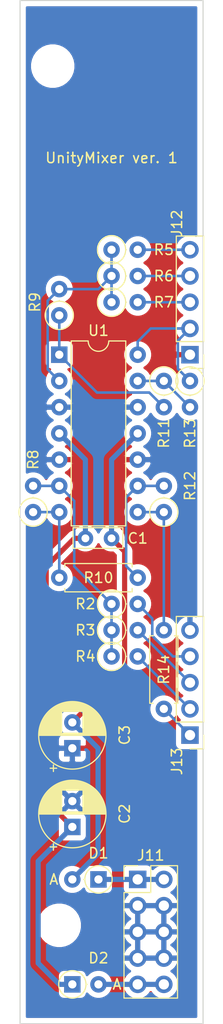
<source format=kicad_pcb>
(kicad_pcb (version 20171130) (host pcbnew "(5.1.8-0-10_14)")

  (general
    (thickness 1.6)
    (drawings 5)
    (tracks 64)
    (zones 0)
    (modules 24)
    (nets 21)
  )

  (page A4)
  (layers
    (0 F.Cu signal)
    (31 B.Cu signal)
    (32 B.Adhes user)
    (33 F.Adhes user)
    (34 B.Paste user)
    (35 F.Paste user)
    (36 B.SilkS user)
    (37 F.SilkS user)
    (38 B.Mask user)
    (39 F.Mask user)
    (40 Dwgs.User user)
    (41 Cmts.User user)
    (42 Eco1.User user)
    (43 Eco2.User user)
    (44 Edge.Cuts user)
    (45 Margin user)
    (46 B.CrtYd user)
    (47 F.CrtYd user)
    (48 B.Fab user hide)
    (49 F.Fab user hide)
  )

  (setup
    (last_trace_width 0.25)
    (user_trace_width 0.5)
    (trace_clearance 0.2)
    (zone_clearance 0.508)
    (zone_45_only no)
    (trace_min 0.2)
    (via_size 0.8)
    (via_drill 0.4)
    (via_min_size 0.4)
    (via_min_drill 0.3)
    (uvia_size 0.3)
    (uvia_drill 0.1)
    (uvias_allowed no)
    (uvia_min_size 0.2)
    (uvia_min_drill 0.1)
    (edge_width 0.1)
    (segment_width 0.2)
    (pcb_text_width 0.3)
    (pcb_text_size 1.5 1.5)
    (mod_edge_width 0.15)
    (mod_text_size 1 1)
    (mod_text_width 0.15)
    (pad_size 1.524 1.524)
    (pad_drill 0.762)
    (pad_to_mask_clearance 0)
    (aux_axis_origin 0 0)
    (visible_elements FFFFFF7F)
    (pcbplotparams
      (layerselection 0x010fc_ffffffff)
      (usegerberextensions false)
      (usegerberattributes true)
      (usegerberadvancedattributes true)
      (creategerberjobfile true)
      (excludeedgelayer true)
      (linewidth 0.100000)
      (plotframeref false)
      (viasonmask false)
      (mode 1)
      (useauxorigin false)
      (hpglpennumber 1)
      (hpglpenspeed 20)
      (hpglpendiameter 15.000000)
      (psnegative false)
      (psa4output false)
      (plotreference true)
      (plotvalue true)
      (plotinvisibletext false)
      (padsonsilk false)
      (subtractmaskfromsilk false)
      (outputformat 1)
      (mirror false)
      (drillshape 1)
      (scaleselection 1)
      (outputdirectory ""))
  )

  (net 0 "")
  (net 1 +12V)
  (net 2 -12V)
  (net 3 GND)
  (net 4 "Net-(D1-Pad1)")
  (net 5 "Net-(D2-Pad2)")
  (net 6 /Core/ch1_out)
  (net 7 /Core/ch1_3)
  (net 8 /Core/ch1_2)
  (net 9 /Core/ch1_1)
  (net 10 /Core/ch2_1)
  (net 11 /Core/ch2_2)
  (net 12 /Core/ch2_3)
  (net 13 /Core/ch2_out)
  (net 14 "Net-(R2-Pad1)")
  (net 15 "Net-(R5-Pad1)")
  (net 16 "Net-(R10-Pad2)")
  (net 17 "Net-(R11-Pad2)")
  (net 18 "Net-(R10-Pad1)")
  (net 19 "Net-(R11-Pad1)")
  (net 20 "Net-(R12-Pad1)")

  (net_class Default "これはデフォルトのネット クラスです。"
    (clearance 0.2)
    (trace_width 0.25)
    (via_dia 0.8)
    (via_drill 0.4)
    (uvia_dia 0.3)
    (uvia_drill 0.1)
    (add_net +12V)
    (add_net -12V)
    (add_net /Core/ch1_1)
    (add_net /Core/ch1_2)
    (add_net /Core/ch1_3)
    (add_net /Core/ch1_out)
    (add_net /Core/ch2_1)
    (add_net /Core/ch2_2)
    (add_net /Core/ch2_3)
    (add_net /Core/ch2_out)
    (add_net GND)
    (add_net "Net-(D1-Pad1)")
    (add_net "Net-(D2-Pad2)")
    (add_net "Net-(R10-Pad1)")
    (add_net "Net-(R10-Pad2)")
    (add_net "Net-(R11-Pad1)")
    (add_net "Net-(R11-Pad2)")
    (add_net "Net-(R12-Pad1)")
    (add_net "Net-(R2-Pad1)")
    (add_net "Net-(R5-Pad1)")
  )

  (module MountingHole:MountingHole_3.2mm_M3 (layer F.Cu) (tedit 56D1B4CB) (tstamp 62FA4142)
    (at 105.41 140.335)
    (descr "Mounting Hole 3.2mm, no annular, M3")
    (tags "mounting hole 3.2mm no annular m3")
    (attr virtual)
    (fp_text reference REF** (at 0 -4.2) (layer F.SilkS) hide
      (effects (font (size 1 1) (thickness 0.15)))
    )
    (fp_text value MountingHole_3.2mm_M3 (at 0 4.2) (layer F.Fab) hide
      (effects (font (size 1 1) (thickness 0.15)))
    )
    (fp_circle (center 0 0) (end 3.45 0) (layer F.CrtYd) (width 0.05))
    (fp_circle (center 0 0) (end 3.2 0) (layer Cmts.User) (width 0.15))
    (fp_text user %R (at 0.3 0) (layer F.Fab) hide
      (effects (font (size 1 1) (thickness 0.15)))
    )
    (pad 1 np_thru_hole circle (at 0 0) (size 3.2 3.2) (drill 3.2) (layers *.Cu *.Mask))
  )

  (module MountingHole:MountingHole_3.2mm_M3 (layer F.Cu) (tedit 56D1B4CB) (tstamp 62FA4109)
    (at 104.775 57.15)
    (descr "Mounting Hole 3.2mm, no annular, M3")
    (tags "mounting hole 3.2mm no annular m3")
    (attr virtual)
    (fp_text reference REF** (at 0 -4.2) (layer F.SilkS) hide
      (effects (font (size 1 1) (thickness 0.15)))
    )
    (fp_text value MountingHole_3.2mm_M3 (at 0 4.2) (layer F.Fab) hide
      (effects (font (size 1 1) (thickness 0.15)))
    )
    (fp_circle (center 0 0) (end 3.45 0) (layer F.CrtYd) (width 0.05))
    (fp_circle (center 0 0) (end 3.2 0) (layer Cmts.User) (width 0.15))
    (fp_text user %R (at 0.3 0) (layer F.Fab) hide
      (effects (font (size 1 1) (thickness 0.15)))
    )
    (pad 1 np_thru_hole circle (at 0 0) (size 3.2 3.2) (drill 3.2) (layers *.Cu *.Mask))
  )

  (module Attenuverter:C_Axial_L4.8mm_D2.0mm_P2.54mm_Horizontal (layer F.Cu) (tedit 62A9D55A) (tstamp 62FA4679)
    (at 107.95 102.87)
    (path /6301FD53/6303DD5A)
    (fp_text reference C1 (at 5.08 0) (layer F.SilkS)
      (effects (font (size 1 1) (thickness 0.15)))
    )
    (fp_text value 0.1u (at 2.54 2.54) (layer F.Fab)
      (effects (font (size 1 1) (thickness 0.15)))
    )
    (fp_line (start -1.2 -1.03) (end -1.2 0.97) (layer F.SilkS) (width 0.12))
    (fp_line (start -1.2 0.97) (end 3.64 0.97) (layer F.SilkS) (width 0.12))
    (fp_line (start 3.64 0.97) (end 3.64 -1.03) (layer F.SilkS) (width 0.12))
    (fp_line (start 3.64 -1.03) (end -1.2 -1.03) (layer F.SilkS) (width 0.12))
    (pad 1 thru_hole circle (at 0 0) (size 1.524 1.524) (drill 0.762) (layers *.Cu *.Mask)
      (net 1 +12V))
    (pad 2 thru_hole circle (at 2.54 0) (size 1.524 1.524) (drill 0.762) (layers *.Cu *.Mask)
      (net 2 -12V))
  )

  (module Capacitor_THT:CP_Radial_D6.3mm_P2.50mm (layer F.Cu) (tedit 5AE50EF0) (tstamp 62FA470D)
    (at 106.68 130.81 90)
    (descr "CP, Radial series, Radial, pin pitch=2.50mm, , diameter=6.3mm, Electrolytic Capacitor")
    (tags "CP Radial series Radial pin pitch 2.50mm  diameter 6.3mm Electrolytic Capacitor")
    (path /6301FD53/6303DDAF)
    (fp_text reference C2 (at 1.27 5.08 90) (layer F.SilkS)
      (effects (font (size 1 1) (thickness 0.15)))
    )
    (fp_text value 100u (at 1.25 4.4 90) (layer F.Fab)
      (effects (font (size 1 1) (thickness 0.15)))
    )
    (fp_circle (center 1.25 0) (end 4.4 0) (layer F.Fab) (width 0.1))
    (fp_circle (center 1.25 0) (end 4.52 0) (layer F.SilkS) (width 0.12))
    (fp_circle (center 1.25 0) (end 4.65 0) (layer F.CrtYd) (width 0.05))
    (fp_line (start -1.443972 -1.3735) (end -0.813972 -1.3735) (layer F.Fab) (width 0.1))
    (fp_line (start -1.128972 -1.6885) (end -1.128972 -1.0585) (layer F.Fab) (width 0.1))
    (fp_line (start 1.25 -3.23) (end 1.25 3.23) (layer F.SilkS) (width 0.12))
    (fp_line (start 1.29 -3.23) (end 1.29 3.23) (layer F.SilkS) (width 0.12))
    (fp_line (start 1.33 -3.23) (end 1.33 3.23) (layer F.SilkS) (width 0.12))
    (fp_line (start 1.37 -3.228) (end 1.37 3.228) (layer F.SilkS) (width 0.12))
    (fp_line (start 1.41 -3.227) (end 1.41 3.227) (layer F.SilkS) (width 0.12))
    (fp_line (start 1.45 -3.224) (end 1.45 3.224) (layer F.SilkS) (width 0.12))
    (fp_line (start 1.49 -3.222) (end 1.49 -1.04) (layer F.SilkS) (width 0.12))
    (fp_line (start 1.49 1.04) (end 1.49 3.222) (layer F.SilkS) (width 0.12))
    (fp_line (start 1.53 -3.218) (end 1.53 -1.04) (layer F.SilkS) (width 0.12))
    (fp_line (start 1.53 1.04) (end 1.53 3.218) (layer F.SilkS) (width 0.12))
    (fp_line (start 1.57 -3.215) (end 1.57 -1.04) (layer F.SilkS) (width 0.12))
    (fp_line (start 1.57 1.04) (end 1.57 3.215) (layer F.SilkS) (width 0.12))
    (fp_line (start 1.61 -3.211) (end 1.61 -1.04) (layer F.SilkS) (width 0.12))
    (fp_line (start 1.61 1.04) (end 1.61 3.211) (layer F.SilkS) (width 0.12))
    (fp_line (start 1.65 -3.206) (end 1.65 -1.04) (layer F.SilkS) (width 0.12))
    (fp_line (start 1.65 1.04) (end 1.65 3.206) (layer F.SilkS) (width 0.12))
    (fp_line (start 1.69 -3.201) (end 1.69 -1.04) (layer F.SilkS) (width 0.12))
    (fp_line (start 1.69 1.04) (end 1.69 3.201) (layer F.SilkS) (width 0.12))
    (fp_line (start 1.73 -3.195) (end 1.73 -1.04) (layer F.SilkS) (width 0.12))
    (fp_line (start 1.73 1.04) (end 1.73 3.195) (layer F.SilkS) (width 0.12))
    (fp_line (start 1.77 -3.189) (end 1.77 -1.04) (layer F.SilkS) (width 0.12))
    (fp_line (start 1.77 1.04) (end 1.77 3.189) (layer F.SilkS) (width 0.12))
    (fp_line (start 1.81 -3.182) (end 1.81 -1.04) (layer F.SilkS) (width 0.12))
    (fp_line (start 1.81 1.04) (end 1.81 3.182) (layer F.SilkS) (width 0.12))
    (fp_line (start 1.85 -3.175) (end 1.85 -1.04) (layer F.SilkS) (width 0.12))
    (fp_line (start 1.85 1.04) (end 1.85 3.175) (layer F.SilkS) (width 0.12))
    (fp_line (start 1.89 -3.167) (end 1.89 -1.04) (layer F.SilkS) (width 0.12))
    (fp_line (start 1.89 1.04) (end 1.89 3.167) (layer F.SilkS) (width 0.12))
    (fp_line (start 1.93 -3.159) (end 1.93 -1.04) (layer F.SilkS) (width 0.12))
    (fp_line (start 1.93 1.04) (end 1.93 3.159) (layer F.SilkS) (width 0.12))
    (fp_line (start 1.971 -3.15) (end 1.971 -1.04) (layer F.SilkS) (width 0.12))
    (fp_line (start 1.971 1.04) (end 1.971 3.15) (layer F.SilkS) (width 0.12))
    (fp_line (start 2.011 -3.141) (end 2.011 -1.04) (layer F.SilkS) (width 0.12))
    (fp_line (start 2.011 1.04) (end 2.011 3.141) (layer F.SilkS) (width 0.12))
    (fp_line (start 2.051 -3.131) (end 2.051 -1.04) (layer F.SilkS) (width 0.12))
    (fp_line (start 2.051 1.04) (end 2.051 3.131) (layer F.SilkS) (width 0.12))
    (fp_line (start 2.091 -3.121) (end 2.091 -1.04) (layer F.SilkS) (width 0.12))
    (fp_line (start 2.091 1.04) (end 2.091 3.121) (layer F.SilkS) (width 0.12))
    (fp_line (start 2.131 -3.11) (end 2.131 -1.04) (layer F.SilkS) (width 0.12))
    (fp_line (start 2.131 1.04) (end 2.131 3.11) (layer F.SilkS) (width 0.12))
    (fp_line (start 2.171 -3.098) (end 2.171 -1.04) (layer F.SilkS) (width 0.12))
    (fp_line (start 2.171 1.04) (end 2.171 3.098) (layer F.SilkS) (width 0.12))
    (fp_line (start 2.211 -3.086) (end 2.211 -1.04) (layer F.SilkS) (width 0.12))
    (fp_line (start 2.211 1.04) (end 2.211 3.086) (layer F.SilkS) (width 0.12))
    (fp_line (start 2.251 -3.074) (end 2.251 -1.04) (layer F.SilkS) (width 0.12))
    (fp_line (start 2.251 1.04) (end 2.251 3.074) (layer F.SilkS) (width 0.12))
    (fp_line (start 2.291 -3.061) (end 2.291 -1.04) (layer F.SilkS) (width 0.12))
    (fp_line (start 2.291 1.04) (end 2.291 3.061) (layer F.SilkS) (width 0.12))
    (fp_line (start 2.331 -3.047) (end 2.331 -1.04) (layer F.SilkS) (width 0.12))
    (fp_line (start 2.331 1.04) (end 2.331 3.047) (layer F.SilkS) (width 0.12))
    (fp_line (start 2.371 -3.033) (end 2.371 -1.04) (layer F.SilkS) (width 0.12))
    (fp_line (start 2.371 1.04) (end 2.371 3.033) (layer F.SilkS) (width 0.12))
    (fp_line (start 2.411 -3.018) (end 2.411 -1.04) (layer F.SilkS) (width 0.12))
    (fp_line (start 2.411 1.04) (end 2.411 3.018) (layer F.SilkS) (width 0.12))
    (fp_line (start 2.451 -3.002) (end 2.451 -1.04) (layer F.SilkS) (width 0.12))
    (fp_line (start 2.451 1.04) (end 2.451 3.002) (layer F.SilkS) (width 0.12))
    (fp_line (start 2.491 -2.986) (end 2.491 -1.04) (layer F.SilkS) (width 0.12))
    (fp_line (start 2.491 1.04) (end 2.491 2.986) (layer F.SilkS) (width 0.12))
    (fp_line (start 2.531 -2.97) (end 2.531 -1.04) (layer F.SilkS) (width 0.12))
    (fp_line (start 2.531 1.04) (end 2.531 2.97) (layer F.SilkS) (width 0.12))
    (fp_line (start 2.571 -2.952) (end 2.571 -1.04) (layer F.SilkS) (width 0.12))
    (fp_line (start 2.571 1.04) (end 2.571 2.952) (layer F.SilkS) (width 0.12))
    (fp_line (start 2.611 -2.934) (end 2.611 -1.04) (layer F.SilkS) (width 0.12))
    (fp_line (start 2.611 1.04) (end 2.611 2.934) (layer F.SilkS) (width 0.12))
    (fp_line (start 2.651 -2.916) (end 2.651 -1.04) (layer F.SilkS) (width 0.12))
    (fp_line (start 2.651 1.04) (end 2.651 2.916) (layer F.SilkS) (width 0.12))
    (fp_line (start 2.691 -2.896) (end 2.691 -1.04) (layer F.SilkS) (width 0.12))
    (fp_line (start 2.691 1.04) (end 2.691 2.896) (layer F.SilkS) (width 0.12))
    (fp_line (start 2.731 -2.876) (end 2.731 -1.04) (layer F.SilkS) (width 0.12))
    (fp_line (start 2.731 1.04) (end 2.731 2.876) (layer F.SilkS) (width 0.12))
    (fp_line (start 2.771 -2.856) (end 2.771 -1.04) (layer F.SilkS) (width 0.12))
    (fp_line (start 2.771 1.04) (end 2.771 2.856) (layer F.SilkS) (width 0.12))
    (fp_line (start 2.811 -2.834) (end 2.811 -1.04) (layer F.SilkS) (width 0.12))
    (fp_line (start 2.811 1.04) (end 2.811 2.834) (layer F.SilkS) (width 0.12))
    (fp_line (start 2.851 -2.812) (end 2.851 -1.04) (layer F.SilkS) (width 0.12))
    (fp_line (start 2.851 1.04) (end 2.851 2.812) (layer F.SilkS) (width 0.12))
    (fp_line (start 2.891 -2.79) (end 2.891 -1.04) (layer F.SilkS) (width 0.12))
    (fp_line (start 2.891 1.04) (end 2.891 2.79) (layer F.SilkS) (width 0.12))
    (fp_line (start 2.931 -2.766) (end 2.931 -1.04) (layer F.SilkS) (width 0.12))
    (fp_line (start 2.931 1.04) (end 2.931 2.766) (layer F.SilkS) (width 0.12))
    (fp_line (start 2.971 -2.742) (end 2.971 -1.04) (layer F.SilkS) (width 0.12))
    (fp_line (start 2.971 1.04) (end 2.971 2.742) (layer F.SilkS) (width 0.12))
    (fp_line (start 3.011 -2.716) (end 3.011 -1.04) (layer F.SilkS) (width 0.12))
    (fp_line (start 3.011 1.04) (end 3.011 2.716) (layer F.SilkS) (width 0.12))
    (fp_line (start 3.051 -2.69) (end 3.051 -1.04) (layer F.SilkS) (width 0.12))
    (fp_line (start 3.051 1.04) (end 3.051 2.69) (layer F.SilkS) (width 0.12))
    (fp_line (start 3.091 -2.664) (end 3.091 -1.04) (layer F.SilkS) (width 0.12))
    (fp_line (start 3.091 1.04) (end 3.091 2.664) (layer F.SilkS) (width 0.12))
    (fp_line (start 3.131 -2.636) (end 3.131 -1.04) (layer F.SilkS) (width 0.12))
    (fp_line (start 3.131 1.04) (end 3.131 2.636) (layer F.SilkS) (width 0.12))
    (fp_line (start 3.171 -2.607) (end 3.171 -1.04) (layer F.SilkS) (width 0.12))
    (fp_line (start 3.171 1.04) (end 3.171 2.607) (layer F.SilkS) (width 0.12))
    (fp_line (start 3.211 -2.578) (end 3.211 -1.04) (layer F.SilkS) (width 0.12))
    (fp_line (start 3.211 1.04) (end 3.211 2.578) (layer F.SilkS) (width 0.12))
    (fp_line (start 3.251 -2.548) (end 3.251 -1.04) (layer F.SilkS) (width 0.12))
    (fp_line (start 3.251 1.04) (end 3.251 2.548) (layer F.SilkS) (width 0.12))
    (fp_line (start 3.291 -2.516) (end 3.291 -1.04) (layer F.SilkS) (width 0.12))
    (fp_line (start 3.291 1.04) (end 3.291 2.516) (layer F.SilkS) (width 0.12))
    (fp_line (start 3.331 -2.484) (end 3.331 -1.04) (layer F.SilkS) (width 0.12))
    (fp_line (start 3.331 1.04) (end 3.331 2.484) (layer F.SilkS) (width 0.12))
    (fp_line (start 3.371 -2.45) (end 3.371 -1.04) (layer F.SilkS) (width 0.12))
    (fp_line (start 3.371 1.04) (end 3.371 2.45) (layer F.SilkS) (width 0.12))
    (fp_line (start 3.411 -2.416) (end 3.411 -1.04) (layer F.SilkS) (width 0.12))
    (fp_line (start 3.411 1.04) (end 3.411 2.416) (layer F.SilkS) (width 0.12))
    (fp_line (start 3.451 -2.38) (end 3.451 -1.04) (layer F.SilkS) (width 0.12))
    (fp_line (start 3.451 1.04) (end 3.451 2.38) (layer F.SilkS) (width 0.12))
    (fp_line (start 3.491 -2.343) (end 3.491 -1.04) (layer F.SilkS) (width 0.12))
    (fp_line (start 3.491 1.04) (end 3.491 2.343) (layer F.SilkS) (width 0.12))
    (fp_line (start 3.531 -2.305) (end 3.531 -1.04) (layer F.SilkS) (width 0.12))
    (fp_line (start 3.531 1.04) (end 3.531 2.305) (layer F.SilkS) (width 0.12))
    (fp_line (start 3.571 -2.265) (end 3.571 2.265) (layer F.SilkS) (width 0.12))
    (fp_line (start 3.611 -2.224) (end 3.611 2.224) (layer F.SilkS) (width 0.12))
    (fp_line (start 3.651 -2.182) (end 3.651 2.182) (layer F.SilkS) (width 0.12))
    (fp_line (start 3.691 -2.137) (end 3.691 2.137) (layer F.SilkS) (width 0.12))
    (fp_line (start 3.731 -2.092) (end 3.731 2.092) (layer F.SilkS) (width 0.12))
    (fp_line (start 3.771 -2.044) (end 3.771 2.044) (layer F.SilkS) (width 0.12))
    (fp_line (start 3.811 -1.995) (end 3.811 1.995) (layer F.SilkS) (width 0.12))
    (fp_line (start 3.851 -1.944) (end 3.851 1.944) (layer F.SilkS) (width 0.12))
    (fp_line (start 3.891 -1.89) (end 3.891 1.89) (layer F.SilkS) (width 0.12))
    (fp_line (start 3.931 -1.834) (end 3.931 1.834) (layer F.SilkS) (width 0.12))
    (fp_line (start 3.971 -1.776) (end 3.971 1.776) (layer F.SilkS) (width 0.12))
    (fp_line (start 4.011 -1.714) (end 4.011 1.714) (layer F.SilkS) (width 0.12))
    (fp_line (start 4.051 -1.65) (end 4.051 1.65) (layer F.SilkS) (width 0.12))
    (fp_line (start 4.091 -1.581) (end 4.091 1.581) (layer F.SilkS) (width 0.12))
    (fp_line (start 4.131 -1.509) (end 4.131 1.509) (layer F.SilkS) (width 0.12))
    (fp_line (start 4.171 -1.432) (end 4.171 1.432) (layer F.SilkS) (width 0.12))
    (fp_line (start 4.211 -1.35) (end 4.211 1.35) (layer F.SilkS) (width 0.12))
    (fp_line (start 4.251 -1.262) (end 4.251 1.262) (layer F.SilkS) (width 0.12))
    (fp_line (start 4.291 -1.165) (end 4.291 1.165) (layer F.SilkS) (width 0.12))
    (fp_line (start 4.331 -1.059) (end 4.331 1.059) (layer F.SilkS) (width 0.12))
    (fp_line (start 4.371 -0.94) (end 4.371 0.94) (layer F.SilkS) (width 0.12))
    (fp_line (start 4.411 -0.802) (end 4.411 0.802) (layer F.SilkS) (width 0.12))
    (fp_line (start 4.451 -0.633) (end 4.451 0.633) (layer F.SilkS) (width 0.12))
    (fp_line (start 4.491 -0.402) (end 4.491 0.402) (layer F.SilkS) (width 0.12))
    (fp_line (start -2.250241 -1.839) (end -1.620241 -1.839) (layer F.SilkS) (width 0.12))
    (fp_line (start -1.935241 -2.154) (end -1.935241 -1.524) (layer F.SilkS) (width 0.12))
    (fp_text user %R (at 1.25 0 90) (layer F.Fab)
      (effects (font (size 1 1) (thickness 0.15)))
    )
    (pad 1 thru_hole rect (at 0 0 90) (size 1.6 1.6) (drill 0.8) (layers *.Cu *.Mask)
      (net 1 +12V))
    (pad 2 thru_hole circle (at 2.5 0 90) (size 1.6 1.6) (drill 0.8) (layers *.Cu *.Mask)
      (net 3 GND))
    (model ${KISYS3DMOD}/Capacitor_THT.3dshapes/CP_Radial_D6.3mm_P2.50mm.wrl
      (at (xyz 0 0 0))
      (scale (xyz 1 1 1))
      (rotate (xyz 0 0 0))
    )
  )

  (module Capacitor_THT:CP_Radial_D6.3mm_P2.50mm (layer F.Cu) (tedit 5AE50EF0) (tstamp 62FA47A1)
    (at 106.68 123.19 90)
    (descr "CP, Radial series, Radial, pin pitch=2.50mm, , diameter=6.3mm, Electrolytic Capacitor")
    (tags "CP Radial series Radial pin pitch 2.50mm  diameter 6.3mm Electrolytic Capacitor")
    (path /6301FD53/6303DDB5)
    (fp_text reference C3 (at 1.27 5.08 90) (layer F.SilkS)
      (effects (font (size 1 1) (thickness 0.15)))
    )
    (fp_text value 100u (at 1.25 4.4 90) (layer F.Fab)
      (effects (font (size 1 1) (thickness 0.15)))
    )
    (fp_line (start -1.935241 -2.154) (end -1.935241 -1.524) (layer F.SilkS) (width 0.12))
    (fp_line (start -2.250241 -1.839) (end -1.620241 -1.839) (layer F.SilkS) (width 0.12))
    (fp_line (start 4.491 -0.402) (end 4.491 0.402) (layer F.SilkS) (width 0.12))
    (fp_line (start 4.451 -0.633) (end 4.451 0.633) (layer F.SilkS) (width 0.12))
    (fp_line (start 4.411 -0.802) (end 4.411 0.802) (layer F.SilkS) (width 0.12))
    (fp_line (start 4.371 -0.94) (end 4.371 0.94) (layer F.SilkS) (width 0.12))
    (fp_line (start 4.331 -1.059) (end 4.331 1.059) (layer F.SilkS) (width 0.12))
    (fp_line (start 4.291 -1.165) (end 4.291 1.165) (layer F.SilkS) (width 0.12))
    (fp_line (start 4.251 -1.262) (end 4.251 1.262) (layer F.SilkS) (width 0.12))
    (fp_line (start 4.211 -1.35) (end 4.211 1.35) (layer F.SilkS) (width 0.12))
    (fp_line (start 4.171 -1.432) (end 4.171 1.432) (layer F.SilkS) (width 0.12))
    (fp_line (start 4.131 -1.509) (end 4.131 1.509) (layer F.SilkS) (width 0.12))
    (fp_line (start 4.091 -1.581) (end 4.091 1.581) (layer F.SilkS) (width 0.12))
    (fp_line (start 4.051 -1.65) (end 4.051 1.65) (layer F.SilkS) (width 0.12))
    (fp_line (start 4.011 -1.714) (end 4.011 1.714) (layer F.SilkS) (width 0.12))
    (fp_line (start 3.971 -1.776) (end 3.971 1.776) (layer F.SilkS) (width 0.12))
    (fp_line (start 3.931 -1.834) (end 3.931 1.834) (layer F.SilkS) (width 0.12))
    (fp_line (start 3.891 -1.89) (end 3.891 1.89) (layer F.SilkS) (width 0.12))
    (fp_line (start 3.851 -1.944) (end 3.851 1.944) (layer F.SilkS) (width 0.12))
    (fp_line (start 3.811 -1.995) (end 3.811 1.995) (layer F.SilkS) (width 0.12))
    (fp_line (start 3.771 -2.044) (end 3.771 2.044) (layer F.SilkS) (width 0.12))
    (fp_line (start 3.731 -2.092) (end 3.731 2.092) (layer F.SilkS) (width 0.12))
    (fp_line (start 3.691 -2.137) (end 3.691 2.137) (layer F.SilkS) (width 0.12))
    (fp_line (start 3.651 -2.182) (end 3.651 2.182) (layer F.SilkS) (width 0.12))
    (fp_line (start 3.611 -2.224) (end 3.611 2.224) (layer F.SilkS) (width 0.12))
    (fp_line (start 3.571 -2.265) (end 3.571 2.265) (layer F.SilkS) (width 0.12))
    (fp_line (start 3.531 1.04) (end 3.531 2.305) (layer F.SilkS) (width 0.12))
    (fp_line (start 3.531 -2.305) (end 3.531 -1.04) (layer F.SilkS) (width 0.12))
    (fp_line (start 3.491 1.04) (end 3.491 2.343) (layer F.SilkS) (width 0.12))
    (fp_line (start 3.491 -2.343) (end 3.491 -1.04) (layer F.SilkS) (width 0.12))
    (fp_line (start 3.451 1.04) (end 3.451 2.38) (layer F.SilkS) (width 0.12))
    (fp_line (start 3.451 -2.38) (end 3.451 -1.04) (layer F.SilkS) (width 0.12))
    (fp_line (start 3.411 1.04) (end 3.411 2.416) (layer F.SilkS) (width 0.12))
    (fp_line (start 3.411 -2.416) (end 3.411 -1.04) (layer F.SilkS) (width 0.12))
    (fp_line (start 3.371 1.04) (end 3.371 2.45) (layer F.SilkS) (width 0.12))
    (fp_line (start 3.371 -2.45) (end 3.371 -1.04) (layer F.SilkS) (width 0.12))
    (fp_line (start 3.331 1.04) (end 3.331 2.484) (layer F.SilkS) (width 0.12))
    (fp_line (start 3.331 -2.484) (end 3.331 -1.04) (layer F.SilkS) (width 0.12))
    (fp_line (start 3.291 1.04) (end 3.291 2.516) (layer F.SilkS) (width 0.12))
    (fp_line (start 3.291 -2.516) (end 3.291 -1.04) (layer F.SilkS) (width 0.12))
    (fp_line (start 3.251 1.04) (end 3.251 2.548) (layer F.SilkS) (width 0.12))
    (fp_line (start 3.251 -2.548) (end 3.251 -1.04) (layer F.SilkS) (width 0.12))
    (fp_line (start 3.211 1.04) (end 3.211 2.578) (layer F.SilkS) (width 0.12))
    (fp_line (start 3.211 -2.578) (end 3.211 -1.04) (layer F.SilkS) (width 0.12))
    (fp_line (start 3.171 1.04) (end 3.171 2.607) (layer F.SilkS) (width 0.12))
    (fp_line (start 3.171 -2.607) (end 3.171 -1.04) (layer F.SilkS) (width 0.12))
    (fp_line (start 3.131 1.04) (end 3.131 2.636) (layer F.SilkS) (width 0.12))
    (fp_line (start 3.131 -2.636) (end 3.131 -1.04) (layer F.SilkS) (width 0.12))
    (fp_line (start 3.091 1.04) (end 3.091 2.664) (layer F.SilkS) (width 0.12))
    (fp_line (start 3.091 -2.664) (end 3.091 -1.04) (layer F.SilkS) (width 0.12))
    (fp_line (start 3.051 1.04) (end 3.051 2.69) (layer F.SilkS) (width 0.12))
    (fp_line (start 3.051 -2.69) (end 3.051 -1.04) (layer F.SilkS) (width 0.12))
    (fp_line (start 3.011 1.04) (end 3.011 2.716) (layer F.SilkS) (width 0.12))
    (fp_line (start 3.011 -2.716) (end 3.011 -1.04) (layer F.SilkS) (width 0.12))
    (fp_line (start 2.971 1.04) (end 2.971 2.742) (layer F.SilkS) (width 0.12))
    (fp_line (start 2.971 -2.742) (end 2.971 -1.04) (layer F.SilkS) (width 0.12))
    (fp_line (start 2.931 1.04) (end 2.931 2.766) (layer F.SilkS) (width 0.12))
    (fp_line (start 2.931 -2.766) (end 2.931 -1.04) (layer F.SilkS) (width 0.12))
    (fp_line (start 2.891 1.04) (end 2.891 2.79) (layer F.SilkS) (width 0.12))
    (fp_line (start 2.891 -2.79) (end 2.891 -1.04) (layer F.SilkS) (width 0.12))
    (fp_line (start 2.851 1.04) (end 2.851 2.812) (layer F.SilkS) (width 0.12))
    (fp_line (start 2.851 -2.812) (end 2.851 -1.04) (layer F.SilkS) (width 0.12))
    (fp_line (start 2.811 1.04) (end 2.811 2.834) (layer F.SilkS) (width 0.12))
    (fp_line (start 2.811 -2.834) (end 2.811 -1.04) (layer F.SilkS) (width 0.12))
    (fp_line (start 2.771 1.04) (end 2.771 2.856) (layer F.SilkS) (width 0.12))
    (fp_line (start 2.771 -2.856) (end 2.771 -1.04) (layer F.SilkS) (width 0.12))
    (fp_line (start 2.731 1.04) (end 2.731 2.876) (layer F.SilkS) (width 0.12))
    (fp_line (start 2.731 -2.876) (end 2.731 -1.04) (layer F.SilkS) (width 0.12))
    (fp_line (start 2.691 1.04) (end 2.691 2.896) (layer F.SilkS) (width 0.12))
    (fp_line (start 2.691 -2.896) (end 2.691 -1.04) (layer F.SilkS) (width 0.12))
    (fp_line (start 2.651 1.04) (end 2.651 2.916) (layer F.SilkS) (width 0.12))
    (fp_line (start 2.651 -2.916) (end 2.651 -1.04) (layer F.SilkS) (width 0.12))
    (fp_line (start 2.611 1.04) (end 2.611 2.934) (layer F.SilkS) (width 0.12))
    (fp_line (start 2.611 -2.934) (end 2.611 -1.04) (layer F.SilkS) (width 0.12))
    (fp_line (start 2.571 1.04) (end 2.571 2.952) (layer F.SilkS) (width 0.12))
    (fp_line (start 2.571 -2.952) (end 2.571 -1.04) (layer F.SilkS) (width 0.12))
    (fp_line (start 2.531 1.04) (end 2.531 2.97) (layer F.SilkS) (width 0.12))
    (fp_line (start 2.531 -2.97) (end 2.531 -1.04) (layer F.SilkS) (width 0.12))
    (fp_line (start 2.491 1.04) (end 2.491 2.986) (layer F.SilkS) (width 0.12))
    (fp_line (start 2.491 -2.986) (end 2.491 -1.04) (layer F.SilkS) (width 0.12))
    (fp_line (start 2.451 1.04) (end 2.451 3.002) (layer F.SilkS) (width 0.12))
    (fp_line (start 2.451 -3.002) (end 2.451 -1.04) (layer F.SilkS) (width 0.12))
    (fp_line (start 2.411 1.04) (end 2.411 3.018) (layer F.SilkS) (width 0.12))
    (fp_line (start 2.411 -3.018) (end 2.411 -1.04) (layer F.SilkS) (width 0.12))
    (fp_line (start 2.371 1.04) (end 2.371 3.033) (layer F.SilkS) (width 0.12))
    (fp_line (start 2.371 -3.033) (end 2.371 -1.04) (layer F.SilkS) (width 0.12))
    (fp_line (start 2.331 1.04) (end 2.331 3.047) (layer F.SilkS) (width 0.12))
    (fp_line (start 2.331 -3.047) (end 2.331 -1.04) (layer F.SilkS) (width 0.12))
    (fp_line (start 2.291 1.04) (end 2.291 3.061) (layer F.SilkS) (width 0.12))
    (fp_line (start 2.291 -3.061) (end 2.291 -1.04) (layer F.SilkS) (width 0.12))
    (fp_line (start 2.251 1.04) (end 2.251 3.074) (layer F.SilkS) (width 0.12))
    (fp_line (start 2.251 -3.074) (end 2.251 -1.04) (layer F.SilkS) (width 0.12))
    (fp_line (start 2.211 1.04) (end 2.211 3.086) (layer F.SilkS) (width 0.12))
    (fp_line (start 2.211 -3.086) (end 2.211 -1.04) (layer F.SilkS) (width 0.12))
    (fp_line (start 2.171 1.04) (end 2.171 3.098) (layer F.SilkS) (width 0.12))
    (fp_line (start 2.171 -3.098) (end 2.171 -1.04) (layer F.SilkS) (width 0.12))
    (fp_line (start 2.131 1.04) (end 2.131 3.11) (layer F.SilkS) (width 0.12))
    (fp_line (start 2.131 -3.11) (end 2.131 -1.04) (layer F.SilkS) (width 0.12))
    (fp_line (start 2.091 1.04) (end 2.091 3.121) (layer F.SilkS) (width 0.12))
    (fp_line (start 2.091 -3.121) (end 2.091 -1.04) (layer F.SilkS) (width 0.12))
    (fp_line (start 2.051 1.04) (end 2.051 3.131) (layer F.SilkS) (width 0.12))
    (fp_line (start 2.051 -3.131) (end 2.051 -1.04) (layer F.SilkS) (width 0.12))
    (fp_line (start 2.011 1.04) (end 2.011 3.141) (layer F.SilkS) (width 0.12))
    (fp_line (start 2.011 -3.141) (end 2.011 -1.04) (layer F.SilkS) (width 0.12))
    (fp_line (start 1.971 1.04) (end 1.971 3.15) (layer F.SilkS) (width 0.12))
    (fp_line (start 1.971 -3.15) (end 1.971 -1.04) (layer F.SilkS) (width 0.12))
    (fp_line (start 1.93 1.04) (end 1.93 3.159) (layer F.SilkS) (width 0.12))
    (fp_line (start 1.93 -3.159) (end 1.93 -1.04) (layer F.SilkS) (width 0.12))
    (fp_line (start 1.89 1.04) (end 1.89 3.167) (layer F.SilkS) (width 0.12))
    (fp_line (start 1.89 -3.167) (end 1.89 -1.04) (layer F.SilkS) (width 0.12))
    (fp_line (start 1.85 1.04) (end 1.85 3.175) (layer F.SilkS) (width 0.12))
    (fp_line (start 1.85 -3.175) (end 1.85 -1.04) (layer F.SilkS) (width 0.12))
    (fp_line (start 1.81 1.04) (end 1.81 3.182) (layer F.SilkS) (width 0.12))
    (fp_line (start 1.81 -3.182) (end 1.81 -1.04) (layer F.SilkS) (width 0.12))
    (fp_line (start 1.77 1.04) (end 1.77 3.189) (layer F.SilkS) (width 0.12))
    (fp_line (start 1.77 -3.189) (end 1.77 -1.04) (layer F.SilkS) (width 0.12))
    (fp_line (start 1.73 1.04) (end 1.73 3.195) (layer F.SilkS) (width 0.12))
    (fp_line (start 1.73 -3.195) (end 1.73 -1.04) (layer F.SilkS) (width 0.12))
    (fp_line (start 1.69 1.04) (end 1.69 3.201) (layer F.SilkS) (width 0.12))
    (fp_line (start 1.69 -3.201) (end 1.69 -1.04) (layer F.SilkS) (width 0.12))
    (fp_line (start 1.65 1.04) (end 1.65 3.206) (layer F.SilkS) (width 0.12))
    (fp_line (start 1.65 -3.206) (end 1.65 -1.04) (layer F.SilkS) (width 0.12))
    (fp_line (start 1.61 1.04) (end 1.61 3.211) (layer F.SilkS) (width 0.12))
    (fp_line (start 1.61 -3.211) (end 1.61 -1.04) (layer F.SilkS) (width 0.12))
    (fp_line (start 1.57 1.04) (end 1.57 3.215) (layer F.SilkS) (width 0.12))
    (fp_line (start 1.57 -3.215) (end 1.57 -1.04) (layer F.SilkS) (width 0.12))
    (fp_line (start 1.53 1.04) (end 1.53 3.218) (layer F.SilkS) (width 0.12))
    (fp_line (start 1.53 -3.218) (end 1.53 -1.04) (layer F.SilkS) (width 0.12))
    (fp_line (start 1.49 1.04) (end 1.49 3.222) (layer F.SilkS) (width 0.12))
    (fp_line (start 1.49 -3.222) (end 1.49 -1.04) (layer F.SilkS) (width 0.12))
    (fp_line (start 1.45 -3.224) (end 1.45 3.224) (layer F.SilkS) (width 0.12))
    (fp_line (start 1.41 -3.227) (end 1.41 3.227) (layer F.SilkS) (width 0.12))
    (fp_line (start 1.37 -3.228) (end 1.37 3.228) (layer F.SilkS) (width 0.12))
    (fp_line (start 1.33 -3.23) (end 1.33 3.23) (layer F.SilkS) (width 0.12))
    (fp_line (start 1.29 -3.23) (end 1.29 3.23) (layer F.SilkS) (width 0.12))
    (fp_line (start 1.25 -3.23) (end 1.25 3.23) (layer F.SilkS) (width 0.12))
    (fp_line (start -1.128972 -1.6885) (end -1.128972 -1.0585) (layer F.Fab) (width 0.1))
    (fp_line (start -1.443972 -1.3735) (end -0.813972 -1.3735) (layer F.Fab) (width 0.1))
    (fp_circle (center 1.25 0) (end 4.65 0) (layer F.CrtYd) (width 0.05))
    (fp_circle (center 1.25 0) (end 4.52 0) (layer F.SilkS) (width 0.12))
    (fp_circle (center 1.25 0) (end 4.4 0) (layer F.Fab) (width 0.1))
    (fp_text user %R (at 1.25 0 90) (layer F.Fab)
      (effects (font (size 1 1) (thickness 0.15)))
    )
    (pad 2 thru_hole circle (at 2.5 0 90) (size 1.6 1.6) (drill 0.8) (layers *.Cu *.Mask)
      (net 2 -12V))
    (pad 1 thru_hole rect (at 0 0 90) (size 1.6 1.6) (drill 0.8) (layers *.Cu *.Mask)
      (net 3 GND))
    (model ${KISYS3DMOD}/Capacitor_THT.3dshapes/CP_Radial_D6.3mm_P2.50mm.wrl
      (at (xyz 0 0 0))
      (scale (xyz 1 1 1))
      (rotate (xyz 0 0 0))
    )
  )

  (module Diode_THT:D_DO-35_SOD27_P2.54mm_Vertical_AnodeUp (layer F.Cu) (tedit 5AE50CD5) (tstamp 62FA47B2)
    (at 109.22 135.89 180)
    (descr "Diode, DO-35_SOD27 series, Axial, Vertical, pin pitch=2.54mm, , length*diameter=4*2mm^2, , http://www.diodes.com/_files/packages/DO-35.pdf")
    (tags "Diode DO-35_SOD27 series Axial Vertical pin pitch 2.54mm  length 4mm diameter 2mm")
    (path /6301FD53/6303DD7A)
    (fp_text reference D1 (at 0 2.54) (layer F.SilkS)
      (effects (font (size 1 1) (thickness 0.15)))
    )
    (fp_text value D_Schottky (at 1.27 3.215371) (layer F.Fab)
      (effects (font (size 1 1) (thickness 0.15)))
    )
    (fp_circle (center 0 0) (end 1 0) (layer F.Fab) (width 0.1))
    (fp_circle (center 0 0) (end 1.326371 0) (layer F.SilkS) (width 0.12))
    (fp_line (start 0 0) (end 2.54 0) (layer F.Fab) (width 0.1))
    (fp_line (start 1.326371 0) (end 1.44 0) (layer F.SilkS) (width 0.12))
    (fp_line (start -1.25 -1.25) (end -1.25 1.25) (layer F.CrtYd) (width 0.05))
    (fp_line (start -1.25 1.25) (end 3.59 1.25) (layer F.CrtYd) (width 0.05))
    (fp_line (start 3.59 1.25) (end 3.59 -1.25) (layer F.CrtYd) (width 0.05))
    (fp_line (start 3.59 -1.25) (end -1.25 -1.25) (layer F.CrtYd) (width 0.05))
    (fp_text user %R (at 1.27 -2.326371) (layer F.Fab)
      (effects (font (size 1 1) (thickness 0.15)))
    )
    (fp_text user A (at 4.34 0) (layer F.Fab)
      (effects (font (size 1 1) (thickness 0.15)))
    )
    (fp_text user A (at 4.34 0) (layer F.SilkS)
      (effects (font (size 1 1) (thickness 0.15)))
    )
    (pad 1 thru_hole rect (at 0 0 180) (size 1.6 1.6) (drill 0.8) (layers *.Cu *.Mask)
      (net 4 "Net-(D1-Pad1)"))
    (pad 2 thru_hole oval (at 2.54 0 180) (size 1.6 1.6) (drill 0.8) (layers *.Cu *.Mask)
      (net 2 -12V))
    (model ${KISYS3DMOD}/Diode_THT.3dshapes/D_DO-35_SOD27_P2.54mm_Vertical_AnodeUp.wrl
      (at (xyz 0 0 0))
      (scale (xyz 1 1 1))
      (rotate (xyz 0 0 0))
    )
  )

  (module Diode_THT:D_DO-35_SOD27_P2.54mm_Vertical_AnodeUp (layer F.Cu) (tedit 5AE50CD5) (tstamp 62FA47C3)
    (at 106.68 146.05)
    (descr "Diode, DO-35_SOD27 series, Axial, Vertical, pin pitch=2.54mm, , length*diameter=4*2mm^2, , http://www.diodes.com/_files/packages/DO-35.pdf")
    (tags "Diode DO-35_SOD27 series Axial Vertical pin pitch 2.54mm  length 4mm diameter 2mm")
    (path /6301FD53/6303DD80)
    (fp_text reference D2 (at 2.54 -2.54) (layer F.SilkS)
      (effects (font (size 1 1) (thickness 0.15)))
    )
    (fp_text value D_Schottky (at 1.27 3.215371) (layer F.Fab)
      (effects (font (size 1 1) (thickness 0.15)))
    )
    (fp_line (start 3.59 -1.25) (end -1.25 -1.25) (layer F.CrtYd) (width 0.05))
    (fp_line (start 3.59 1.25) (end 3.59 -1.25) (layer F.CrtYd) (width 0.05))
    (fp_line (start -1.25 1.25) (end 3.59 1.25) (layer F.CrtYd) (width 0.05))
    (fp_line (start -1.25 -1.25) (end -1.25 1.25) (layer F.CrtYd) (width 0.05))
    (fp_line (start 1.326371 0) (end 1.44 0) (layer F.SilkS) (width 0.12))
    (fp_line (start 0 0) (end 2.54 0) (layer F.Fab) (width 0.1))
    (fp_circle (center 0 0) (end 1.326371 0) (layer F.SilkS) (width 0.12))
    (fp_circle (center 0 0) (end 1 0) (layer F.Fab) (width 0.1))
    (fp_text user A (at 4.34 0) (layer F.SilkS)
      (effects (font (size 1 1) (thickness 0.15)))
    )
    (fp_text user A (at 4.34 0) (layer F.Fab)
      (effects (font (size 1 1) (thickness 0.15)))
    )
    (fp_text user %R (at 1.27 -2.326371) (layer F.Fab)
      (effects (font (size 1 1) (thickness 0.15)))
    )
    (pad 2 thru_hole oval (at 2.54 0) (size 1.6 1.6) (drill 0.8) (layers *.Cu *.Mask)
      (net 5 "Net-(D2-Pad2)"))
    (pad 1 thru_hole rect (at 0 0) (size 1.6 1.6) (drill 0.8) (layers *.Cu *.Mask)
      (net 1 +12V))
    (model ${KISYS3DMOD}/Diode_THT.3dshapes/D_DO-35_SOD27_P2.54mm_Vertical_AnodeUp.wrl
      (at (xyz 0 0 0))
      (scale (xyz 1 1 1))
      (rotate (xyz 0 0 0))
    )
  )

  (module Connector_PinHeader_2.54mm:PinHeader_2x05_P2.54mm_Vertical (layer F.Cu) (tedit 59FED5CC) (tstamp 62FA47E3)
    (at 113.03 135.89)
    (descr "Through hole straight pin header, 2x05, 2.54mm pitch, double rows")
    (tags "Through hole pin header THT 2x05 2.54mm double row")
    (path /6301FD53/6303DD74)
    (fp_text reference J11 (at 1.27 -2.33) (layer F.SilkS)
      (effects (font (size 1 1) (thickness 0.15)))
    )
    (fp_text value power_bus (at 1.27 12.49) (layer F.Fab)
      (effects (font (size 1 1) (thickness 0.15)))
    )
    (fp_line (start 0 -1.27) (end 3.81 -1.27) (layer F.Fab) (width 0.1))
    (fp_line (start 3.81 -1.27) (end 3.81 11.43) (layer F.Fab) (width 0.1))
    (fp_line (start 3.81 11.43) (end -1.27 11.43) (layer F.Fab) (width 0.1))
    (fp_line (start -1.27 11.43) (end -1.27 0) (layer F.Fab) (width 0.1))
    (fp_line (start -1.27 0) (end 0 -1.27) (layer F.Fab) (width 0.1))
    (fp_line (start -1.33 11.49) (end 3.87 11.49) (layer F.SilkS) (width 0.12))
    (fp_line (start -1.33 1.27) (end -1.33 11.49) (layer F.SilkS) (width 0.12))
    (fp_line (start 3.87 -1.33) (end 3.87 11.49) (layer F.SilkS) (width 0.12))
    (fp_line (start -1.33 1.27) (end 1.27 1.27) (layer F.SilkS) (width 0.12))
    (fp_line (start 1.27 1.27) (end 1.27 -1.33) (layer F.SilkS) (width 0.12))
    (fp_line (start 1.27 -1.33) (end 3.87 -1.33) (layer F.SilkS) (width 0.12))
    (fp_line (start -1.33 0) (end -1.33 -1.33) (layer F.SilkS) (width 0.12))
    (fp_line (start -1.33 -1.33) (end 0 -1.33) (layer F.SilkS) (width 0.12))
    (fp_line (start -1.8 -1.8) (end -1.8 11.95) (layer F.CrtYd) (width 0.05))
    (fp_line (start -1.8 11.95) (end 4.35 11.95) (layer F.CrtYd) (width 0.05))
    (fp_line (start 4.35 11.95) (end 4.35 -1.8) (layer F.CrtYd) (width 0.05))
    (fp_line (start 4.35 -1.8) (end -1.8 -1.8) (layer F.CrtYd) (width 0.05))
    (fp_text user %R (at 1.27 5.08 90) (layer F.Fab)
      (effects (font (size 1 1) (thickness 0.15)))
    )
    (pad 1 thru_hole rect (at 0 0) (size 1.7 1.7) (drill 1) (layers *.Cu *.Mask)
      (net 4 "Net-(D1-Pad1)"))
    (pad 2 thru_hole oval (at 2.54 0) (size 1.7 1.7) (drill 1) (layers *.Cu *.Mask)
      (net 4 "Net-(D1-Pad1)"))
    (pad 3 thru_hole oval (at 0 2.54) (size 1.7 1.7) (drill 1) (layers *.Cu *.Mask)
      (net 3 GND))
    (pad 4 thru_hole oval (at 2.54 2.54) (size 1.7 1.7) (drill 1) (layers *.Cu *.Mask)
      (net 3 GND))
    (pad 5 thru_hole oval (at 0 5.08) (size 1.7 1.7) (drill 1) (layers *.Cu *.Mask)
      (net 3 GND))
    (pad 6 thru_hole oval (at 2.54 5.08) (size 1.7 1.7) (drill 1) (layers *.Cu *.Mask)
      (net 3 GND))
    (pad 7 thru_hole oval (at 0 7.62) (size 1.7 1.7) (drill 1) (layers *.Cu *.Mask)
      (net 3 GND))
    (pad 8 thru_hole oval (at 2.54 7.62) (size 1.7 1.7) (drill 1) (layers *.Cu *.Mask)
      (net 3 GND))
    (pad 9 thru_hole oval (at 0 10.16) (size 1.7 1.7) (drill 1) (layers *.Cu *.Mask)
      (net 5 "Net-(D2-Pad2)"))
    (pad 10 thru_hole oval (at 2.54 10.16) (size 1.7 1.7) (drill 1) (layers *.Cu *.Mask)
      (net 5 "Net-(D2-Pad2)"))
    (model ${KISYS3DMOD}/Connector_PinHeader_2.54mm.3dshapes/PinHeader_2x05_P2.54mm_Vertical.wrl
      (at (xyz 0 0 0))
      (scale (xyz 1 1 1))
      (rotate (xyz 0 0 0))
    )
  )

  (module Connector_PinHeader_2.54mm:PinHeader_1x05_P2.54mm_Vertical (layer F.Cu) (tedit 59FED5CC) (tstamp 62FA47FC)
    (at 118.11 85.09 180)
    (descr "Through hole straight pin header, 1x05, 2.54mm pitch, single row")
    (tags "Through hole pin header THT 1x05 2.54mm single row")
    (path /6301FD53/6305F549)
    (fp_text reference J12 (at 1.27 12.7 90) (layer F.SilkS)
      (effects (font (size 1 1) (thickness 0.15)))
    )
    (fp_text value conn1 (at 0 12.49) (layer F.Fab)
      (effects (font (size 1 1) (thickness 0.15)))
    )
    (fp_line (start -0.635 -1.27) (end 1.27 -1.27) (layer F.Fab) (width 0.1))
    (fp_line (start 1.27 -1.27) (end 1.27 11.43) (layer F.Fab) (width 0.1))
    (fp_line (start 1.27 11.43) (end -1.27 11.43) (layer F.Fab) (width 0.1))
    (fp_line (start -1.27 11.43) (end -1.27 -0.635) (layer F.Fab) (width 0.1))
    (fp_line (start -1.27 -0.635) (end -0.635 -1.27) (layer F.Fab) (width 0.1))
    (fp_line (start -1.33 11.49) (end 1.33 11.49) (layer F.SilkS) (width 0.12))
    (fp_line (start -1.33 1.27) (end -1.33 11.49) (layer F.SilkS) (width 0.12))
    (fp_line (start 1.33 1.27) (end 1.33 11.49) (layer F.SilkS) (width 0.12))
    (fp_line (start -1.33 1.27) (end 1.33 1.27) (layer F.SilkS) (width 0.12))
    (fp_line (start -1.33 0) (end -1.33 -1.33) (layer F.SilkS) (width 0.12))
    (fp_line (start -1.33 -1.33) (end 0 -1.33) (layer F.SilkS) (width 0.12))
    (fp_line (start -1.8 -1.8) (end -1.8 11.95) (layer F.CrtYd) (width 0.05))
    (fp_line (start -1.8 11.95) (end 1.8 11.95) (layer F.CrtYd) (width 0.05))
    (fp_line (start 1.8 11.95) (end 1.8 -1.8) (layer F.CrtYd) (width 0.05))
    (fp_line (start 1.8 -1.8) (end -1.8 -1.8) (layer F.CrtYd) (width 0.05))
    (fp_text user %R (at 0 5.08 90) (layer F.Fab)
      (effects (font (size 1 1) (thickness 0.15)))
    )
    (pad 1 thru_hole rect (at 0 0 180) (size 1.7 1.7) (drill 1) (layers *.Cu *.Mask)
      (net 3 GND))
    (pad 2 thru_hole oval (at 0 2.54 180) (size 1.7 1.7) (drill 1) (layers *.Cu *.Mask)
      (net 6 /Core/ch1_out))
    (pad 3 thru_hole oval (at 0 5.08 180) (size 1.7 1.7) (drill 1) (layers *.Cu *.Mask)
      (net 7 /Core/ch1_3))
    (pad 4 thru_hole oval (at 0 7.62 180) (size 1.7 1.7) (drill 1) (layers *.Cu *.Mask)
      (net 8 /Core/ch1_2))
    (pad 5 thru_hole oval (at 0 10.16 180) (size 1.7 1.7) (drill 1) (layers *.Cu *.Mask)
      (net 9 /Core/ch1_1))
    (model ${KISYS3DMOD}/Connector_PinHeader_2.54mm.3dshapes/PinHeader_1x05_P2.54mm_Vertical.wrl
      (at (xyz 0 0 0))
      (scale (xyz 1 1 1))
      (rotate (xyz 0 0 0))
    )
  )

  (module Connector_PinHeader_2.54mm:PinHeader_1x05_P2.54mm_Vertical (layer F.Cu) (tedit 59FED5CC) (tstamp 62FA4815)
    (at 118.11 121.92 180)
    (descr "Through hole straight pin header, 1x05, 2.54mm pitch, single row")
    (tags "Through hole pin header THT 1x05 2.54mm single row")
    (path /6301FD53/6305F54F)
    (fp_text reference J13 (at 1.27 -2.54 90) (layer F.SilkS)
      (effects (font (size 1 1) (thickness 0.15)))
    )
    (fp_text value conn2 (at 0 12.49) (layer F.Fab)
      (effects (font (size 1 1) (thickness 0.15)))
    )
    (fp_line (start 1.8 -1.8) (end -1.8 -1.8) (layer F.CrtYd) (width 0.05))
    (fp_line (start 1.8 11.95) (end 1.8 -1.8) (layer F.CrtYd) (width 0.05))
    (fp_line (start -1.8 11.95) (end 1.8 11.95) (layer F.CrtYd) (width 0.05))
    (fp_line (start -1.8 -1.8) (end -1.8 11.95) (layer F.CrtYd) (width 0.05))
    (fp_line (start -1.33 -1.33) (end 0 -1.33) (layer F.SilkS) (width 0.12))
    (fp_line (start -1.33 0) (end -1.33 -1.33) (layer F.SilkS) (width 0.12))
    (fp_line (start -1.33 1.27) (end 1.33 1.27) (layer F.SilkS) (width 0.12))
    (fp_line (start 1.33 1.27) (end 1.33 11.49) (layer F.SilkS) (width 0.12))
    (fp_line (start -1.33 1.27) (end -1.33 11.49) (layer F.SilkS) (width 0.12))
    (fp_line (start -1.33 11.49) (end 1.33 11.49) (layer F.SilkS) (width 0.12))
    (fp_line (start -1.27 -0.635) (end -0.635 -1.27) (layer F.Fab) (width 0.1))
    (fp_line (start -1.27 11.43) (end -1.27 -0.635) (layer F.Fab) (width 0.1))
    (fp_line (start 1.27 11.43) (end -1.27 11.43) (layer F.Fab) (width 0.1))
    (fp_line (start 1.27 -1.27) (end 1.27 11.43) (layer F.Fab) (width 0.1))
    (fp_line (start -0.635 -1.27) (end 1.27 -1.27) (layer F.Fab) (width 0.1))
    (fp_text user %R (at 0 5.08 90) (layer F.Fab)
      (effects (font (size 1 1) (thickness 0.15)))
    )
    (pad 5 thru_hole oval (at 0 10.16 180) (size 1.7 1.7) (drill 1) (layers *.Cu *.Mask)
      (net 3 GND))
    (pad 4 thru_hole oval (at 0 7.62 180) (size 1.7 1.7) (drill 1) (layers *.Cu *.Mask)
      (net 10 /Core/ch2_1))
    (pad 3 thru_hole oval (at 0 5.08 180) (size 1.7 1.7) (drill 1) (layers *.Cu *.Mask)
      (net 11 /Core/ch2_2))
    (pad 2 thru_hole oval (at 0 2.54 180) (size 1.7 1.7) (drill 1) (layers *.Cu *.Mask)
      (net 12 /Core/ch2_3))
    (pad 1 thru_hole rect (at 0 0 180) (size 1.7 1.7) (drill 1) (layers *.Cu *.Mask)
      (net 13 /Core/ch2_out))
    (model ${KISYS3DMOD}/Connector_PinHeader_2.54mm.3dshapes/PinHeader_1x05_P2.54mm_Vertical.wrl
      (at (xyz 0 0 0))
      (scale (xyz 1 1 1))
      (rotate (xyz 0 0 0))
    )
  )

  (module Resistor_THT:R_Axial_DIN0207_L6.3mm_D2.5mm_P2.54mm_Vertical (layer F.Cu) (tedit 5AE5139B) (tstamp 62FA54B7)
    (at 110.49 109.22)
    (descr "Resistor, Axial_DIN0207 series, Axial, Vertical, pin pitch=2.54mm, 0.25W = 1/4W, length*diameter=6.3*2.5mm^2, http://cdn-reichelt.de/documents/datenblatt/B400/1_4W%23YAG.pdf")
    (tags "Resistor Axial_DIN0207 series Axial Vertical pin pitch 2.54mm 0.25W = 1/4W length 6.3mm diameter 2.5mm")
    (path /6301FD53/6302CA93)
    (fp_text reference R2 (at -2.54 0) (layer F.SilkS)
      (effects (font (size 1 1) (thickness 0.15)))
    )
    (fp_text value 100k (at 1.27 2.37) (layer F.Fab)
      (effects (font (size 1 1) (thickness 0.15)))
    )
    (fp_circle (center 0 0) (end 1.25 0) (layer F.Fab) (width 0.1))
    (fp_circle (center 0 0) (end 1.37 0) (layer F.SilkS) (width 0.12))
    (fp_line (start 0 0) (end 2.54 0) (layer F.Fab) (width 0.1))
    (fp_line (start 1.37 0) (end 1.44 0) (layer F.SilkS) (width 0.12))
    (fp_line (start -1.5 -1.5) (end -1.5 1.5) (layer F.CrtYd) (width 0.05))
    (fp_line (start -1.5 1.5) (end 3.59 1.5) (layer F.CrtYd) (width 0.05))
    (fp_line (start 3.59 1.5) (end 3.59 -1.5) (layer F.CrtYd) (width 0.05))
    (fp_line (start 3.59 -1.5) (end -1.5 -1.5) (layer F.CrtYd) (width 0.05))
    (fp_text user %R (at 1.27 -2.37) (layer F.Fab)
      (effects (font (size 1 1) (thickness 0.15)))
    )
    (pad 1 thru_hole circle (at 0 0) (size 1.6 1.6) (drill 0.8) (layers *.Cu *.Mask)
      (net 14 "Net-(R2-Pad1)"))
    (pad 2 thru_hole oval (at 2.54 0) (size 1.6 1.6) (drill 0.8) (layers *.Cu *.Mask)
      (net 10 /Core/ch2_1))
    (model ${KISYS3DMOD}/Resistor_THT.3dshapes/R_Axial_DIN0207_L6.3mm_D2.5mm_P2.54mm_Vertical.wrl
      (at (xyz 0 0 0))
      (scale (xyz 1 1 1))
      (rotate (xyz 0 0 0))
    )
  )

  (module Resistor_THT:R_Axial_DIN0207_L6.3mm_D2.5mm_P2.54mm_Vertical (layer F.Cu) (tedit 5AE5139B) (tstamp 62FA4833)
    (at 110.49 111.76)
    (descr "Resistor, Axial_DIN0207 series, Axial, Vertical, pin pitch=2.54mm, 0.25W = 1/4W, length*diameter=6.3*2.5mm^2, http://cdn-reichelt.de/documents/datenblatt/B400/1_4W%23YAG.pdf")
    (tags "Resistor Axial_DIN0207 series Axial Vertical pin pitch 2.54mm 0.25W = 1/4W length 6.3mm diameter 2.5mm")
    (path /6301FD53/6302CA99)
    (fp_text reference R3 (at -2.54 0) (layer F.SilkS)
      (effects (font (size 1 1) (thickness 0.15)))
    )
    (fp_text value 100k (at 1.27 2.37) (layer F.Fab)
      (effects (font (size 1 1) (thickness 0.15)))
    )
    (fp_line (start 3.59 -1.5) (end -1.5 -1.5) (layer F.CrtYd) (width 0.05))
    (fp_line (start 3.59 1.5) (end 3.59 -1.5) (layer F.CrtYd) (width 0.05))
    (fp_line (start -1.5 1.5) (end 3.59 1.5) (layer F.CrtYd) (width 0.05))
    (fp_line (start -1.5 -1.5) (end -1.5 1.5) (layer F.CrtYd) (width 0.05))
    (fp_line (start 1.37 0) (end 1.44 0) (layer F.SilkS) (width 0.12))
    (fp_line (start 0 0) (end 2.54 0) (layer F.Fab) (width 0.1))
    (fp_circle (center 0 0) (end 1.37 0) (layer F.SilkS) (width 0.12))
    (fp_circle (center 0 0) (end 1.25 0) (layer F.Fab) (width 0.1))
    (fp_text user %R (at 1.27 -2.37) (layer F.Fab)
      (effects (font (size 1 1) (thickness 0.15)))
    )
    (pad 2 thru_hole oval (at 2.54 0) (size 1.6 1.6) (drill 0.8) (layers *.Cu *.Mask)
      (net 11 /Core/ch2_2))
    (pad 1 thru_hole circle (at 0 0) (size 1.6 1.6) (drill 0.8) (layers *.Cu *.Mask)
      (net 14 "Net-(R2-Pad1)"))
    (model ${KISYS3DMOD}/Resistor_THT.3dshapes/R_Axial_DIN0207_L6.3mm_D2.5mm_P2.54mm_Vertical.wrl
      (at (xyz 0 0 0))
      (scale (xyz 1 1 1))
      (rotate (xyz 0 0 0))
    )
  )

  (module Resistor_THT:R_Axial_DIN0207_L6.3mm_D2.5mm_P2.54mm_Vertical (layer F.Cu) (tedit 5AE5139B) (tstamp 62FA4842)
    (at 110.49 114.3)
    (descr "Resistor, Axial_DIN0207 series, Axial, Vertical, pin pitch=2.54mm, 0.25W = 1/4W, length*diameter=6.3*2.5mm^2, http://cdn-reichelt.de/documents/datenblatt/B400/1_4W%23YAG.pdf")
    (tags "Resistor Axial_DIN0207 series Axial Vertical pin pitch 2.54mm 0.25W = 1/4W length 6.3mm diameter 2.5mm")
    (path /6301FD53/6302CA9F)
    (fp_text reference R4 (at -2.54 0) (layer F.SilkS)
      (effects (font (size 1 1) (thickness 0.15)))
    )
    (fp_text value 100k (at 1.27 2.37) (layer F.Fab)
      (effects (font (size 1 1) (thickness 0.15)))
    )
    (fp_circle (center 0 0) (end 1.25 0) (layer F.Fab) (width 0.1))
    (fp_circle (center 0 0) (end 1.37 0) (layer F.SilkS) (width 0.12))
    (fp_line (start 0 0) (end 2.54 0) (layer F.Fab) (width 0.1))
    (fp_line (start 1.37 0) (end 1.44 0) (layer F.SilkS) (width 0.12))
    (fp_line (start -1.5 -1.5) (end -1.5 1.5) (layer F.CrtYd) (width 0.05))
    (fp_line (start -1.5 1.5) (end 3.59 1.5) (layer F.CrtYd) (width 0.05))
    (fp_line (start 3.59 1.5) (end 3.59 -1.5) (layer F.CrtYd) (width 0.05))
    (fp_line (start 3.59 -1.5) (end -1.5 -1.5) (layer F.CrtYd) (width 0.05))
    (fp_text user %R (at 1.27 -2.37) (layer F.Fab)
      (effects (font (size 1 1) (thickness 0.15)))
    )
    (pad 1 thru_hole circle (at 0 0) (size 1.6 1.6) (drill 0.8) (layers *.Cu *.Mask)
      (net 14 "Net-(R2-Pad1)"))
    (pad 2 thru_hole oval (at 2.54 0) (size 1.6 1.6) (drill 0.8) (layers *.Cu *.Mask)
      (net 12 /Core/ch2_3))
    (model ${KISYS3DMOD}/Resistor_THT.3dshapes/R_Axial_DIN0207_L6.3mm_D2.5mm_P2.54mm_Vertical.wrl
      (at (xyz 0 0 0))
      (scale (xyz 1 1 1))
      (rotate (xyz 0 0 0))
    )
  )

  (module Resistor_THT:R_Axial_DIN0207_L6.3mm_D2.5mm_P2.54mm_Vertical (layer F.Cu) (tedit 5AE5139B) (tstamp 62FA4851)
    (at 110.49 74.93)
    (descr "Resistor, Axial_DIN0207 series, Axial, Vertical, pin pitch=2.54mm, 0.25W = 1/4W, length*diameter=6.3*2.5mm^2, http://cdn-reichelt.de/documents/datenblatt/B400/1_4W%23YAG.pdf")
    (tags "Resistor Axial_DIN0207 series Axial Vertical pin pitch 2.54mm 0.25W = 1/4W length 6.3mm diameter 2.5mm")
    (path /6301FD53/6302CA4B)
    (fp_text reference R5 (at 5.08 0) (layer F.SilkS)
      (effects (font (size 1 1) (thickness 0.15)))
    )
    (fp_text value 100k (at 1.27 2.37) (layer F.Fab)
      (effects (font (size 1 1) (thickness 0.15)))
    )
    (fp_line (start 3.59 -1.5) (end -1.5 -1.5) (layer F.CrtYd) (width 0.05))
    (fp_line (start 3.59 1.5) (end 3.59 -1.5) (layer F.CrtYd) (width 0.05))
    (fp_line (start -1.5 1.5) (end 3.59 1.5) (layer F.CrtYd) (width 0.05))
    (fp_line (start -1.5 -1.5) (end -1.5 1.5) (layer F.CrtYd) (width 0.05))
    (fp_line (start 1.37 0) (end 1.44 0) (layer F.SilkS) (width 0.12))
    (fp_line (start 0 0) (end 2.54 0) (layer F.Fab) (width 0.1))
    (fp_circle (center 0 0) (end 1.37 0) (layer F.SilkS) (width 0.12))
    (fp_circle (center 0 0) (end 1.25 0) (layer F.Fab) (width 0.1))
    (fp_text user %R (at 1.27 -2.37) (layer F.Fab)
      (effects (font (size 1 1) (thickness 0.15)))
    )
    (pad 2 thru_hole oval (at 2.54 0) (size 1.6 1.6) (drill 0.8) (layers *.Cu *.Mask)
      (net 9 /Core/ch1_1))
    (pad 1 thru_hole circle (at 0 0) (size 1.6 1.6) (drill 0.8) (layers *.Cu *.Mask)
      (net 15 "Net-(R5-Pad1)"))
    (model ${KISYS3DMOD}/Resistor_THT.3dshapes/R_Axial_DIN0207_L6.3mm_D2.5mm_P2.54mm_Vertical.wrl
      (at (xyz 0 0 0))
      (scale (xyz 1 1 1))
      (rotate (xyz 0 0 0))
    )
  )

  (module Resistor_THT:R_Axial_DIN0207_L6.3mm_D2.5mm_P2.54mm_Vertical (layer F.Cu) (tedit 5AE5139B) (tstamp 62FA4860)
    (at 110.49 77.47)
    (descr "Resistor, Axial_DIN0207 series, Axial, Vertical, pin pitch=2.54mm, 0.25W = 1/4W, length*diameter=6.3*2.5mm^2, http://cdn-reichelt.de/documents/datenblatt/B400/1_4W%23YAG.pdf")
    (tags "Resistor Axial_DIN0207 series Axial Vertical pin pitch 2.54mm 0.25W = 1/4W length 6.3mm diameter 2.5mm")
    (path /6301FD53/6302CA51)
    (fp_text reference R6 (at 5.08 0) (layer F.SilkS)
      (effects (font (size 1 1) (thickness 0.15)))
    )
    (fp_text value 100k (at 1.27 2.37) (layer F.Fab)
      (effects (font (size 1 1) (thickness 0.15)))
    )
    (fp_circle (center 0 0) (end 1.25 0) (layer F.Fab) (width 0.1))
    (fp_circle (center 0 0) (end 1.37 0) (layer F.SilkS) (width 0.12))
    (fp_line (start 0 0) (end 2.54 0) (layer F.Fab) (width 0.1))
    (fp_line (start 1.37 0) (end 1.44 0) (layer F.SilkS) (width 0.12))
    (fp_line (start -1.5 -1.5) (end -1.5 1.5) (layer F.CrtYd) (width 0.05))
    (fp_line (start -1.5 1.5) (end 3.59 1.5) (layer F.CrtYd) (width 0.05))
    (fp_line (start 3.59 1.5) (end 3.59 -1.5) (layer F.CrtYd) (width 0.05))
    (fp_line (start 3.59 -1.5) (end -1.5 -1.5) (layer F.CrtYd) (width 0.05))
    (fp_text user %R (at 1.27 -2.37) (layer F.Fab)
      (effects (font (size 1 1) (thickness 0.15)))
    )
    (pad 1 thru_hole circle (at 0 0) (size 1.6 1.6) (drill 0.8) (layers *.Cu *.Mask)
      (net 15 "Net-(R5-Pad1)"))
    (pad 2 thru_hole oval (at 2.54 0) (size 1.6 1.6) (drill 0.8) (layers *.Cu *.Mask)
      (net 8 /Core/ch1_2))
    (model ${KISYS3DMOD}/Resistor_THT.3dshapes/R_Axial_DIN0207_L6.3mm_D2.5mm_P2.54mm_Vertical.wrl
      (at (xyz 0 0 0))
      (scale (xyz 1 1 1))
      (rotate (xyz 0 0 0))
    )
  )

  (module Resistor_THT:R_Axial_DIN0207_L6.3mm_D2.5mm_P2.54mm_Vertical (layer F.Cu) (tedit 5AE5139B) (tstamp 62FA486F)
    (at 110.49 80.01)
    (descr "Resistor, Axial_DIN0207 series, Axial, Vertical, pin pitch=2.54mm, 0.25W = 1/4W, length*diameter=6.3*2.5mm^2, http://cdn-reichelt.de/documents/datenblatt/B400/1_4W%23YAG.pdf")
    (tags "Resistor Axial_DIN0207 series Axial Vertical pin pitch 2.54mm 0.25W = 1/4W length 6.3mm diameter 2.5mm")
    (path /6301FD53/6302CA57)
    (fp_text reference R7 (at 5.08 0) (layer F.SilkS)
      (effects (font (size 1 1) (thickness 0.15)))
    )
    (fp_text value 100k (at 1.27 2.37) (layer F.Fab)
      (effects (font (size 1 1) (thickness 0.15)))
    )
    (fp_line (start 3.59 -1.5) (end -1.5 -1.5) (layer F.CrtYd) (width 0.05))
    (fp_line (start 3.59 1.5) (end 3.59 -1.5) (layer F.CrtYd) (width 0.05))
    (fp_line (start -1.5 1.5) (end 3.59 1.5) (layer F.CrtYd) (width 0.05))
    (fp_line (start -1.5 -1.5) (end -1.5 1.5) (layer F.CrtYd) (width 0.05))
    (fp_line (start 1.37 0) (end 1.44 0) (layer F.SilkS) (width 0.12))
    (fp_line (start 0 0) (end 2.54 0) (layer F.Fab) (width 0.1))
    (fp_circle (center 0 0) (end 1.37 0) (layer F.SilkS) (width 0.12))
    (fp_circle (center 0 0) (end 1.25 0) (layer F.Fab) (width 0.1))
    (fp_text user %R (at 1.27 -2.37) (layer F.Fab)
      (effects (font (size 1 1) (thickness 0.15)))
    )
    (pad 2 thru_hole oval (at 2.54 0) (size 1.6 1.6) (drill 0.8) (layers *.Cu *.Mask)
      (net 7 /Core/ch1_3))
    (pad 1 thru_hole circle (at 0 0) (size 1.6 1.6) (drill 0.8) (layers *.Cu *.Mask)
      (net 15 "Net-(R5-Pad1)"))
    (model ${KISYS3DMOD}/Resistor_THT.3dshapes/R_Axial_DIN0207_L6.3mm_D2.5mm_P2.54mm_Vertical.wrl
      (at (xyz 0 0 0))
      (scale (xyz 1 1 1))
      (rotate (xyz 0 0 0))
    )
  )

  (module Resistor_THT:R_Axial_DIN0207_L6.3mm_D2.5mm_P2.54mm_Vertical (layer F.Cu) (tedit 5AE5139B) (tstamp 62FA487E)
    (at 102.87 100.33 90)
    (descr "Resistor, Axial_DIN0207 series, Axial, Vertical, pin pitch=2.54mm, 0.25W = 1/4W, length*diameter=6.3*2.5mm^2, http://cdn-reichelt.de/documents/datenblatt/B400/1_4W%23YAG.pdf")
    (tags "Resistor Axial_DIN0207 series Axial Vertical pin pitch 2.54mm 0.25W = 1/4W length 6.3mm diameter 2.5mm")
    (path /6301FD53/6302CAB5)
    (fp_text reference R8 (at 5.08 0 90) (layer F.SilkS)
      (effects (font (size 1 1) (thickness 0.15)))
    )
    (fp_text value 100k (at 1.27 2.37 90) (layer F.Fab)
      (effects (font (size 1 1) (thickness 0.15)))
    )
    (fp_line (start 3.59 -1.5) (end -1.5 -1.5) (layer F.CrtYd) (width 0.05))
    (fp_line (start 3.59 1.5) (end 3.59 -1.5) (layer F.CrtYd) (width 0.05))
    (fp_line (start -1.5 1.5) (end 3.59 1.5) (layer F.CrtYd) (width 0.05))
    (fp_line (start -1.5 -1.5) (end -1.5 1.5) (layer F.CrtYd) (width 0.05))
    (fp_line (start 1.37 0) (end 1.44 0) (layer F.SilkS) (width 0.12))
    (fp_line (start 0 0) (end 2.54 0) (layer F.Fab) (width 0.1))
    (fp_circle (center 0 0) (end 1.37 0) (layer F.SilkS) (width 0.12))
    (fp_circle (center 0 0) (end 1.25 0) (layer F.Fab) (width 0.1))
    (fp_text user %R (at 1.27 -2.37 90) (layer F.Fab)
      (effects (font (size 1 1) (thickness 0.15)))
    )
    (pad 2 thru_hole oval (at 2.54 0 90) (size 1.6 1.6) (drill 0.8) (layers *.Cu *.Mask)
      (net 14 "Net-(R2-Pad1)"))
    (pad 1 thru_hole circle (at 0 0 90) (size 1.6 1.6) (drill 0.8) (layers *.Cu *.Mask)
      (net 16 "Net-(R10-Pad2)"))
    (model ${KISYS3DMOD}/Resistor_THT.3dshapes/R_Axial_DIN0207_L6.3mm_D2.5mm_P2.54mm_Vertical.wrl
      (at (xyz 0 0 0))
      (scale (xyz 1 1 1))
      (rotate (xyz 0 0 0))
    )
  )

  (module Resistor_THT:R_Axial_DIN0207_L6.3mm_D2.5mm_P2.54mm_Vertical (layer F.Cu) (tedit 5AE5139B) (tstamp 62FA488D)
    (at 105.41 81.28 90)
    (descr "Resistor, Axial_DIN0207 series, Axial, Vertical, pin pitch=2.54mm, 0.25W = 1/4W, length*diameter=6.3*2.5mm^2, http://cdn-reichelt.de/documents/datenblatt/B400/1_4W%23YAG.pdf")
    (tags "Resistor Axial_DIN0207 series Axial Vertical pin pitch 2.54mm 0.25W = 1/4W length 6.3mm diameter 2.5mm")
    (path /6301FD53/6302CA45)
    (fp_text reference R9 (at 1.27 -2.37 90) (layer F.SilkS)
      (effects (font (size 1 1) (thickness 0.15)))
    )
    (fp_text value 100k (at 1.27 2.37 90) (layer F.Fab)
      (effects (font (size 1 1) (thickness 0.15)))
    )
    (fp_circle (center 0 0) (end 1.25 0) (layer F.Fab) (width 0.1))
    (fp_circle (center 0 0) (end 1.37 0) (layer F.SilkS) (width 0.12))
    (fp_line (start 0 0) (end 2.54 0) (layer F.Fab) (width 0.1))
    (fp_line (start 1.37 0) (end 1.44 0) (layer F.SilkS) (width 0.12))
    (fp_line (start -1.5 -1.5) (end -1.5 1.5) (layer F.CrtYd) (width 0.05))
    (fp_line (start -1.5 1.5) (end 3.59 1.5) (layer F.CrtYd) (width 0.05))
    (fp_line (start 3.59 1.5) (end 3.59 -1.5) (layer F.CrtYd) (width 0.05))
    (fp_line (start 3.59 -1.5) (end -1.5 -1.5) (layer F.CrtYd) (width 0.05))
    (fp_text user %R (at 1.27 -2.37 90) (layer F.Fab)
      (effects (font (size 1 1) (thickness 0.15)))
    )
    (pad 1 thru_hole circle (at 0 0 90) (size 1.6 1.6) (drill 0.8) (layers *.Cu *.Mask)
      (net 17 "Net-(R11-Pad2)"))
    (pad 2 thru_hole oval (at 2.54 0 90) (size 1.6 1.6) (drill 0.8) (layers *.Cu *.Mask)
      (net 15 "Net-(R5-Pad1)"))
    (model ${KISYS3DMOD}/Resistor_THT.3dshapes/R_Axial_DIN0207_L6.3mm_D2.5mm_P2.54mm_Vertical.wrl
      (at (xyz 0 0 0))
      (scale (xyz 1 1 1))
      (rotate (xyz 0 0 0))
    )
  )

  (module Resistor_THT:R_Axial_DIN0207_L6.3mm_D2.5mm_P2.54mm_Vertical (layer F.Cu) (tedit 5AE5139B) (tstamp 62FA48AB)
    (at 115.57 87.63 270)
    (descr "Resistor, Axial_DIN0207 series, Axial, Vertical, pin pitch=2.54mm, 0.25W = 1/4W, length*diameter=6.3*2.5mm^2, http://cdn-reichelt.de/documents/datenblatt/B400/1_4W%23YAG.pdf")
    (tags "Resistor Axial_DIN0207 series Axial Vertical pin pitch 2.54mm 0.25W = 1/4W length 6.3mm diameter 2.5mm")
    (path /6301FD53/6302CA6F)
    (fp_text reference R11 (at 5.08 0 90) (layer F.SilkS)
      (effects (font (size 1 1) (thickness 0.15)))
    )
    (fp_text value 10k (at 1.27 2.37 90) (layer F.Fab)
      (effects (font (size 1 1) (thickness 0.15)))
    )
    (fp_line (start 3.59 -1.5) (end -1.5 -1.5) (layer F.CrtYd) (width 0.05))
    (fp_line (start 3.59 1.5) (end 3.59 -1.5) (layer F.CrtYd) (width 0.05))
    (fp_line (start -1.5 1.5) (end 3.59 1.5) (layer F.CrtYd) (width 0.05))
    (fp_line (start -1.5 -1.5) (end -1.5 1.5) (layer F.CrtYd) (width 0.05))
    (fp_line (start 1.37 0) (end 1.44 0) (layer F.SilkS) (width 0.12))
    (fp_line (start 0 0) (end 2.54 0) (layer F.Fab) (width 0.1))
    (fp_circle (center 0 0) (end 1.37 0) (layer F.SilkS) (width 0.12))
    (fp_circle (center 0 0) (end 1.25 0) (layer F.Fab) (width 0.1))
    (fp_text user %R (at 1.27 -2.37 90) (layer F.Fab)
      (effects (font (size 1 1) (thickness 0.15)))
    )
    (pad 2 thru_hole oval (at 2.54 0 270) (size 1.6 1.6) (drill 0.8) (layers *.Cu *.Mask)
      (net 17 "Net-(R11-Pad2)"))
    (pad 1 thru_hole circle (at 0 0 270) (size 1.6 1.6) (drill 0.8) (layers *.Cu *.Mask)
      (net 19 "Net-(R11-Pad1)"))
    (model ${KISYS3DMOD}/Resistor_THT.3dshapes/R_Axial_DIN0207_L6.3mm_D2.5mm_P2.54mm_Vertical.wrl
      (at (xyz 0 0 0))
      (scale (xyz 1 1 1))
      (rotate (xyz 0 0 0))
    )
  )

  (module Resistor_THT:R_Axial_DIN0207_L6.3mm_D2.5mm_P2.54mm_Vertical (layer F.Cu) (tedit 5AE5139B) (tstamp 62FA48BA)
    (at 115.57 100.33 90)
    (descr "Resistor, Axial_DIN0207 series, Axial, Vertical, pin pitch=2.54mm, 0.25W = 1/4W, length*diameter=6.3*2.5mm^2, http://cdn-reichelt.de/documents/datenblatt/B400/1_4W%23YAG.pdf")
    (tags "Resistor Axial_DIN0207 series Axial Vertical pin pitch 2.54mm 0.25W = 1/4W length 6.3mm diameter 2.5mm")
    (path /6301FD53/6302CAC5)
    (fp_text reference R12 (at 2.54 2.54 90) (layer F.SilkS)
      (effects (font (size 1 1) (thickness 0.15)))
    )
    (fp_text value 10k (at 1.27 2.37 90) (layer F.Fab)
      (effects (font (size 1 1) (thickness 0.15)))
    )
    (fp_line (start 3.59 -1.5) (end -1.5 -1.5) (layer F.CrtYd) (width 0.05))
    (fp_line (start 3.59 1.5) (end 3.59 -1.5) (layer F.CrtYd) (width 0.05))
    (fp_line (start -1.5 1.5) (end 3.59 1.5) (layer F.CrtYd) (width 0.05))
    (fp_line (start -1.5 -1.5) (end -1.5 1.5) (layer F.CrtYd) (width 0.05))
    (fp_line (start 1.37 0) (end 1.44 0) (layer F.SilkS) (width 0.12))
    (fp_line (start 0 0) (end 2.54 0) (layer F.Fab) (width 0.1))
    (fp_circle (center 0 0) (end 1.37 0) (layer F.SilkS) (width 0.12))
    (fp_circle (center 0 0) (end 1.25 0) (layer F.Fab) (width 0.1))
    (fp_text user %R (at 1.27 -2.37 90) (layer F.Fab)
      (effects (font (size 1 1) (thickness 0.15)))
    )
    (pad 2 thru_hole oval (at 2.54 0 90) (size 1.6 1.6) (drill 0.8) (layers *.Cu *.Mask)
      (net 18 "Net-(R10-Pad1)"))
    (pad 1 thru_hole circle (at 0 0 90) (size 1.6 1.6) (drill 0.8) (layers *.Cu *.Mask)
      (net 20 "Net-(R12-Pad1)"))
    (model ${KISYS3DMOD}/Resistor_THT.3dshapes/R_Axial_DIN0207_L6.3mm_D2.5mm_P2.54mm_Vertical.wrl
      (at (xyz 0 0 0))
      (scale (xyz 1 1 1))
      (rotate (xyz 0 0 0))
    )
  )

  (module Resistor_THT:R_Axial_DIN0207_L6.3mm_D2.5mm_P2.54mm_Vertical (layer F.Cu) (tedit 5AE5139B) (tstamp 62FA48C9)
    (at 118.11 87.63 270)
    (descr "Resistor, Axial_DIN0207 series, Axial, Vertical, pin pitch=2.54mm, 0.25W = 1/4W, length*diameter=6.3*2.5mm^2, http://cdn-reichelt.de/documents/datenblatt/B400/1_4W%23YAG.pdf")
    (tags "Resistor Axial_DIN0207 series Axial Vertical pin pitch 2.54mm 0.25W = 1/4W length 6.3mm diameter 2.5mm")
    (path /6301FD53/6302CA69)
    (fp_text reference R13 (at 5.08 0 90) (layer F.SilkS)
      (effects (font (size 1 1) (thickness 0.15)))
    )
    (fp_text value 10k (at 1.27 2.37 90) (layer F.Fab)
      (effects (font (size 1 1) (thickness 0.15)))
    )
    (fp_circle (center 0 0) (end 1.25 0) (layer F.Fab) (width 0.1))
    (fp_circle (center 0 0) (end 1.37 0) (layer F.SilkS) (width 0.12))
    (fp_line (start 0 0) (end 2.54 0) (layer F.Fab) (width 0.1))
    (fp_line (start 1.37 0) (end 1.44 0) (layer F.SilkS) (width 0.12))
    (fp_line (start -1.5 -1.5) (end -1.5 1.5) (layer F.CrtYd) (width 0.05))
    (fp_line (start -1.5 1.5) (end 3.59 1.5) (layer F.CrtYd) (width 0.05))
    (fp_line (start 3.59 1.5) (end 3.59 -1.5) (layer F.CrtYd) (width 0.05))
    (fp_line (start 3.59 -1.5) (end -1.5 -1.5) (layer F.CrtYd) (width 0.05))
    (fp_text user %R (at 1.27 -2.37 90) (layer F.Fab)
      (effects (font (size 1 1) (thickness 0.15)))
    )
    (pad 1 thru_hole circle (at 0 0 270) (size 1.6 1.6) (drill 0.8) (layers *.Cu *.Mask)
      (net 6 /Core/ch1_out))
    (pad 2 thru_hole oval (at 2.54 0 270) (size 1.6 1.6) (drill 0.8) (layers *.Cu *.Mask)
      (net 19 "Net-(R11-Pad1)"))
    (model ${KISYS3DMOD}/Resistor_THT.3dshapes/R_Axial_DIN0207_L6.3mm_D2.5mm_P2.54mm_Vertical.wrl
      (at (xyz 0 0 0))
      (scale (xyz 1 1 1))
      (rotate (xyz 0 0 0))
    )
  )

  (module Package_DIP:DIP-14_W7.62mm (layer F.Cu) (tedit 5A02E8C5) (tstamp 62FA48FA)
    (at 105.41 85.09)
    (descr "14-lead though-hole mounted DIP package, row spacing 7.62 mm (300 mils)")
    (tags "THT DIP DIL PDIP 2.54mm 7.62mm 300mil")
    (path /6301FD53/6302CA2D)
    (fp_text reference U1 (at 3.81 -2.33) (layer F.SilkS)
      (effects (font (size 1 1) (thickness 0.15)))
    )
    (fp_text value TL074 (at 3.81 17.57) (layer F.Fab)
      (effects (font (size 1 1) (thickness 0.15)))
    )
    (fp_line (start 1.635 -1.27) (end 6.985 -1.27) (layer F.Fab) (width 0.1))
    (fp_line (start 6.985 -1.27) (end 6.985 16.51) (layer F.Fab) (width 0.1))
    (fp_line (start 6.985 16.51) (end 0.635 16.51) (layer F.Fab) (width 0.1))
    (fp_line (start 0.635 16.51) (end 0.635 -0.27) (layer F.Fab) (width 0.1))
    (fp_line (start 0.635 -0.27) (end 1.635 -1.27) (layer F.Fab) (width 0.1))
    (fp_line (start 2.81 -1.33) (end 1.16 -1.33) (layer F.SilkS) (width 0.12))
    (fp_line (start 1.16 -1.33) (end 1.16 16.57) (layer F.SilkS) (width 0.12))
    (fp_line (start 1.16 16.57) (end 6.46 16.57) (layer F.SilkS) (width 0.12))
    (fp_line (start 6.46 16.57) (end 6.46 -1.33) (layer F.SilkS) (width 0.12))
    (fp_line (start 6.46 -1.33) (end 4.81 -1.33) (layer F.SilkS) (width 0.12))
    (fp_line (start -1.1 -1.55) (end -1.1 16.8) (layer F.CrtYd) (width 0.05))
    (fp_line (start -1.1 16.8) (end 8.7 16.8) (layer F.CrtYd) (width 0.05))
    (fp_line (start 8.7 16.8) (end 8.7 -1.55) (layer F.CrtYd) (width 0.05))
    (fp_line (start 8.7 -1.55) (end -1.1 -1.55) (layer F.CrtYd) (width 0.05))
    (fp_arc (start 3.81 -1.33) (end 2.81 -1.33) (angle -180) (layer F.SilkS) (width 0.12))
    (fp_text user %R (at 3.81 7.62) (layer F.Fab)
      (effects (font (size 1 1) (thickness 0.15)))
    )
    (pad 1 thru_hole rect (at 0 0) (size 1.6 1.6) (drill 0.8) (layers *.Cu *.Mask)
      (net 17 "Net-(R11-Pad2)"))
    (pad 8 thru_hole oval (at 7.62 15.24) (size 1.6 1.6) (drill 0.8) (layers *.Cu *.Mask)
      (net 20 "Net-(R12-Pad1)"))
    (pad 2 thru_hole oval (at 0 2.54) (size 1.6 1.6) (drill 0.8) (layers *.Cu *.Mask)
      (net 15 "Net-(R5-Pad1)"))
    (pad 9 thru_hole oval (at 7.62 12.7) (size 1.6 1.6) (drill 0.8) (layers *.Cu *.Mask)
      (net 18 "Net-(R10-Pad1)"))
    (pad 3 thru_hole oval (at 0 5.08) (size 1.6 1.6) (drill 0.8) (layers *.Cu *.Mask)
      (net 3 GND))
    (pad 10 thru_hole oval (at 7.62 10.16) (size 1.6 1.6) (drill 0.8) (layers *.Cu *.Mask)
      (net 3 GND))
    (pad 4 thru_hole oval (at 0 7.62) (size 1.6 1.6) (drill 0.8) (layers *.Cu *.Mask)
      (net 1 +12V))
    (pad 11 thru_hole oval (at 7.62 7.62) (size 1.6 1.6) (drill 0.8) (layers *.Cu *.Mask)
      (net 2 -12V))
    (pad 5 thru_hole oval (at 0 10.16) (size 1.6 1.6) (drill 0.8) (layers *.Cu *.Mask)
      (net 3 GND))
    (pad 12 thru_hole oval (at 7.62 5.08) (size 1.6 1.6) (drill 0.8) (layers *.Cu *.Mask)
      (net 3 GND))
    (pad 6 thru_hole oval (at 0 12.7) (size 1.6 1.6) (drill 0.8) (layers *.Cu *.Mask)
      (net 14 "Net-(R2-Pad1)"))
    (pad 13 thru_hole oval (at 7.62 2.54) (size 1.6 1.6) (drill 0.8) (layers *.Cu *.Mask)
      (net 19 "Net-(R11-Pad1)"))
    (pad 7 thru_hole oval (at 0 15.24) (size 1.6 1.6) (drill 0.8) (layers *.Cu *.Mask)
      (net 16 "Net-(R10-Pad2)"))
    (pad 14 thru_hole oval (at 7.62 0) (size 1.6 1.6) (drill 0.8) (layers *.Cu *.Mask)
      (net 6 /Core/ch1_out))
    (model ${KISYS3DMOD}/Package_DIP.3dshapes/DIP-14_W7.62mm.wrl
      (at (xyz 0 0 0))
      (scale (xyz 1 1 1))
      (rotate (xyz 0 0 0))
    )
  )

  (module Resistor_THT:R_Axial_DIN0207_L6.3mm_D2.5mm_P7.62mm_Horizontal (layer F.Cu) (tedit 5AE5139B) (tstamp 62FA551F)
    (at 115.57 119.38 90)
    (descr "Resistor, Axial_DIN0207 series, Axial, Horizontal, pin pitch=7.62mm, 0.25W = 1/4W, length*diameter=6.3*2.5mm^2, http://cdn-reichelt.de/documents/datenblatt/B400/1_4W%23YAG.pdf")
    (tags "Resistor Axial_DIN0207 series Axial Horizontal pin pitch 7.62mm 0.25W = 1/4W length 6.3mm diameter 2.5mm")
    (path /6301FD53/6302CACB)
    (fp_text reference R14 (at 3.81 0 90) (layer F.SilkS)
      (effects (font (size 1 1) (thickness 0.15)))
    )
    (fp_text value 1k (at 3.81 2.37 90) (layer F.Fab)
      (effects (font (size 1 1) (thickness 0.15)))
    )
    (fp_line (start 0.66 -1.25) (end 0.66 1.25) (layer F.Fab) (width 0.1))
    (fp_line (start 0.66 1.25) (end 6.96 1.25) (layer F.Fab) (width 0.1))
    (fp_line (start 6.96 1.25) (end 6.96 -1.25) (layer F.Fab) (width 0.1))
    (fp_line (start 6.96 -1.25) (end 0.66 -1.25) (layer F.Fab) (width 0.1))
    (fp_line (start 0 0) (end 0.66 0) (layer F.Fab) (width 0.1))
    (fp_line (start 7.62 0) (end 6.96 0) (layer F.Fab) (width 0.1))
    (fp_line (start 0.54 -1.04) (end 0.54 -1.37) (layer F.SilkS) (width 0.12))
    (fp_line (start 0.54 -1.37) (end 7.08 -1.37) (layer F.SilkS) (width 0.12))
    (fp_line (start 7.08 -1.37) (end 7.08 -1.04) (layer F.SilkS) (width 0.12))
    (fp_line (start 0.54 1.04) (end 0.54 1.37) (layer F.SilkS) (width 0.12))
    (fp_line (start 0.54 1.37) (end 7.08 1.37) (layer F.SilkS) (width 0.12))
    (fp_line (start 7.08 1.37) (end 7.08 1.04) (layer F.SilkS) (width 0.12))
    (fp_line (start -1.05 -1.5) (end -1.05 1.5) (layer F.CrtYd) (width 0.05))
    (fp_line (start -1.05 1.5) (end 8.67 1.5) (layer F.CrtYd) (width 0.05))
    (fp_line (start 8.67 1.5) (end 8.67 -1.5) (layer F.CrtYd) (width 0.05))
    (fp_line (start 8.67 -1.5) (end -1.05 -1.5) (layer F.CrtYd) (width 0.05))
    (fp_text user %R (at 3.81 0 90) (layer F.Fab)
      (effects (font (size 1 1) (thickness 0.15)))
    )
    (pad 1 thru_hole circle (at 0 0 90) (size 1.6 1.6) (drill 0.8) (layers *.Cu *.Mask)
      (net 13 /Core/ch2_out))
    (pad 2 thru_hole oval (at 7.62 0 90) (size 1.6 1.6) (drill 0.8) (layers *.Cu *.Mask)
      (net 20 "Net-(R12-Pad1)"))
    (model ${KISYS3DMOD}/Resistor_THT.3dshapes/R_Axial_DIN0207_L6.3mm_D2.5mm_P7.62mm_Horizontal.wrl
      (at (xyz 0 0 0))
      (scale (xyz 1 1 1))
      (rotate (xyz 0 0 0))
    )
  )

  (module Resistor_THT:R_Axial_DIN0207_L6.3mm_D2.5mm_P7.62mm_Horizontal (layer F.Cu) (tedit 5AE5139B) (tstamp 62FA563C)
    (at 113.03 106.68 180)
    (descr "Resistor, Axial_DIN0207 series, Axial, Horizontal, pin pitch=7.62mm, 0.25W = 1/4W, length*diameter=6.3*2.5mm^2, http://cdn-reichelt.de/documents/datenblatt/B400/1_4W%23YAG.pdf")
    (tags "Resistor Axial_DIN0207 series Axial Horizontal pin pitch 7.62mm 0.25W = 1/4W length 6.3mm diameter 2.5mm")
    (path /6301FD53/6302CABB)
    (fp_text reference R10 (at 3.81 0) (layer F.SilkS)
      (effects (font (size 1 1) (thickness 0.15)))
    )
    (fp_text value 10k (at 3.81 2.37) (layer F.Fab)
      (effects (font (size 1 1) (thickness 0.15)))
    )
    (fp_line (start 0.66 -1.25) (end 0.66 1.25) (layer F.Fab) (width 0.1))
    (fp_line (start 0.66 1.25) (end 6.96 1.25) (layer F.Fab) (width 0.1))
    (fp_line (start 6.96 1.25) (end 6.96 -1.25) (layer F.Fab) (width 0.1))
    (fp_line (start 6.96 -1.25) (end 0.66 -1.25) (layer F.Fab) (width 0.1))
    (fp_line (start 0 0) (end 0.66 0) (layer F.Fab) (width 0.1))
    (fp_line (start 7.62 0) (end 6.96 0) (layer F.Fab) (width 0.1))
    (fp_line (start 0.54 -1.04) (end 0.54 -1.37) (layer F.SilkS) (width 0.12))
    (fp_line (start 0.54 -1.37) (end 7.08 -1.37) (layer F.SilkS) (width 0.12))
    (fp_line (start 7.08 -1.37) (end 7.08 -1.04) (layer F.SilkS) (width 0.12))
    (fp_line (start 0.54 1.04) (end 0.54 1.37) (layer F.SilkS) (width 0.12))
    (fp_line (start 0.54 1.37) (end 7.08 1.37) (layer F.SilkS) (width 0.12))
    (fp_line (start 7.08 1.37) (end 7.08 1.04) (layer F.SilkS) (width 0.12))
    (fp_line (start -1.05 -1.5) (end -1.05 1.5) (layer F.CrtYd) (width 0.05))
    (fp_line (start -1.05 1.5) (end 8.67 1.5) (layer F.CrtYd) (width 0.05))
    (fp_line (start 8.67 1.5) (end 8.67 -1.5) (layer F.CrtYd) (width 0.05))
    (fp_line (start 8.67 -1.5) (end -1.05 -1.5) (layer F.CrtYd) (width 0.05))
    (fp_text user %R (at 3.81 0) (layer F.Fab)
      (effects (font (size 1 1) (thickness 0.15)))
    )
    (pad 1 thru_hole circle (at 0 0 180) (size 1.6 1.6) (drill 0.8) (layers *.Cu *.Mask)
      (net 18 "Net-(R10-Pad1)"))
    (pad 2 thru_hole oval (at 7.62 0 180) (size 1.6 1.6) (drill 0.8) (layers *.Cu *.Mask)
      (net 16 "Net-(R10-Pad2)"))
    (model ${KISYS3DMOD}/Resistor_THT.3dshapes/R_Axial_DIN0207_L6.3mm_D2.5mm_P7.62mm_Horizontal.wrl
      (at (xyz 0 0 0))
      (scale (xyz 1 1 1))
      (rotate (xyz 0 0 0))
    )
  )

  (gr_text "UnityMixer ver. 1" (at 110.49 66.04) (layer F.SilkS)
    (effects (font (size 1 1) (thickness 0.15)))
  )
  (gr_line (start 119.38 50.8) (end 101.6 50.8) (layer Edge.Cuts) (width 0.1) (tstamp 62F9DF6F))
  (gr_line (start 119.38 149.86) (end 119.38 50.8) (layer Edge.Cuts) (width 0.1))
  (gr_line (start 101.6 149.86) (end 119.38 149.86) (layer Edge.Cuts) (width 0.1))
  (gr_line (start 101.6 50.8) (end 101.6 149.86) (layer Edge.Cuts) (width 0.1))

  (segment (start 106.68 146.05) (end 105.41 146.05) (width 0.5) (layer B.Cu) (net 1))
  (segment (start 103.359999 143.999999) (end 103.359999 134.130001) (width 0.5) (layer B.Cu) (net 1))
  (segment (start 103.359999 134.130001) (end 106.68 130.81) (width 0.5) (layer B.Cu) (net 1))
  (segment (start 105.41 146.05) (end 103.359999 143.999999) (width 0.5) (layer B.Cu) (net 1))
  (segment (start 106.87237 102.87) (end 104.14 105.60237) (width 0.5) (layer F.Cu) (net 1))
  (segment (start 107.95 102.87) (end 106.87237 102.87) (width 0.5) (layer F.Cu) (net 1))
  (segment (start 104.14 128.27) (end 106.68 130.81) (width 0.5) (layer F.Cu) (net 1))
  (segment (start 104.14 105.60237) (end 104.14 128.27) (width 0.5) (layer F.Cu) (net 1))
  (segment (start 107.95 95.25) (end 107.95 102.87) (width 0.5) (layer B.Cu) (net 1))
  (segment (start 105.41 92.71) (end 107.95 95.25) (width 0.5) (layer B.Cu) (net 1))
  (segment (start 106.68 120.69) (end 109.18 123.19) (width 0.5) (layer B.Cu) (net 2))
  (segment (start 109.18 133.39) (end 106.68 135.89) (width 0.5) (layer B.Cu) (net 2))
  (segment (start 109.18 123.19) (end 109.18 133.39) (width 0.5) (layer B.Cu) (net 2))
  (segment (start 110.49 102.87) (end 111.76 104.14) (width 0.5) (layer F.Cu) (net 2))
  (segment (start 111.76 115.61) (end 106.68 120.69) (width 0.5) (layer F.Cu) (net 2))
  (segment (start 111.76 104.14) (end 111.76 115.61) (width 0.5) (layer F.Cu) (net 2))
  (segment (start 110.49 95.25) (end 113.03 92.71) (width 0.5) (layer B.Cu) (net 2))
  (segment (start 110.49 102.87) (end 110.49 95.25) (width 0.5) (layer B.Cu) (net 2))
  (segment (start 115.57 135.89) (end 109.22 135.89) (width 0.5) (layer B.Cu) (net 4))
  (segment (start 109.090002 146.05) (end 109.22 146.05) (width 0.5) (layer B.Cu) (net 5))
  (segment (start 115.57 146.05) (end 109.090002 146.05) (width 0.5) (layer B.Cu) (net 5))
  (segment (start 113.03 85.09) (end 113.03 83.82) (width 0.25) (layer B.Cu) (net 6))
  (segment (start 113.03 83.82) (end 114.3 82.55) (width 0.25) (layer B.Cu) (net 6))
  (segment (start 114.3 82.55) (end 118.11 82.55) (width 0.25) (layer B.Cu) (net 6))
  (segment (start 116.934999 86.454999) (end 116.934999 83.725001) (width 0.25) (layer B.Cu) (net 6))
  (segment (start 116.934999 83.725001) (end 118.11 82.55) (width 0.25) (layer B.Cu) (net 6))
  (segment (start 118.11 87.63) (end 116.934999 86.454999) (width 0.25) (layer B.Cu) (net 6))
  (segment (start 113.03 80.01) (end 118.11 80.01) (width 0.25) (layer B.Cu) (net 7))
  (segment (start 118.11 77.47) (end 113.03 77.47) (width 0.25) (layer B.Cu) (net 8))
  (segment (start 113.03 74.93) (end 118.11 74.93) (width 0.25) (layer B.Cu) (net 9))
  (segment (start 116.444998 114.3) (end 118.11 114.3) (width 0.25) (layer B.Cu) (net 10))
  (segment (start 114.444999 112.300001) (end 116.444998 114.3) (width 0.25) (layer B.Cu) (net 10))
  (segment (start 114.444999 110.634999) (end 114.444999 112.300001) (width 0.25) (layer B.Cu) (net 10))
  (segment (start 113.03 109.22) (end 114.444999 110.634999) (width 0.25) (layer B.Cu) (net 10))
  (segment (start 113.03 111.76) (end 118.11 116.84) (width 0.25) (layer B.Cu) (net 11))
  (segment (start 113.03 114.3) (end 118.11 119.38) (width 0.25) (layer B.Cu) (net 12))
  (segment (start 115.57 119.38) (end 118.11 121.92) (width 0.25) (layer B.Cu) (net 13))
  (segment (start 102.87 97.79) (end 105.41 97.79) (width 0.25) (layer B.Cu) (net 14))
  (segment (start 106.862999 99.242999) (end 106.862999 105.592999) (width 0.25) (layer B.Cu) (net 14))
  (segment (start 106.862999 105.592999) (end 110.49 109.22) (width 0.25) (layer B.Cu) (net 14))
  (segment (start 105.41 97.79) (end 106.862999 99.242999) (width 0.25) (layer B.Cu) (net 14))
  (segment (start 110.49 109.22) (end 110.49 114.3) (width 0.25) (layer B.Cu) (net 14))
  (segment (start 110.49 74.93) (end 110.49 80.01) (width 0.25) (layer B.Cu) (net 15))
  (segment (start 109.22 78.74) (end 110.49 77.47) (width 0.25) (layer B.Cu) (net 15))
  (segment (start 105.41 78.74) (end 109.22 78.74) (width 0.25) (layer B.Cu) (net 15))
  (segment (start 104.284999 86.504999) (end 105.41 87.63) (width 0.25) (layer B.Cu) (net 15))
  (segment (start 104.284999 79.865001) (end 104.284999 86.504999) (width 0.25) (layer B.Cu) (net 15))
  (segment (start 105.41 78.74) (end 104.284999 79.865001) (width 0.25) (layer B.Cu) (net 15))
  (segment (start 102.87 100.33) (end 105.41 100.33) (width 0.25) (layer B.Cu) (net 16))
  (segment (start 105.41 105.41) (end 105.41 106.68) (width 0.25) (layer B.Cu) (net 16))
  (segment (start 105.41 100.33) (end 105.41 105.41) (width 0.25) (layer B.Cu) (net 16))
  (segment (start 114.155001 88.755001) (end 115.57 90.17) (width 0.25) (layer B.Cu) (net 17))
  (segment (start 109.075001 88.755001) (end 114.155001 88.755001) (width 0.25) (layer B.Cu) (net 17))
  (segment (start 105.41 85.09) (end 109.075001 88.755001) (width 0.25) (layer B.Cu) (net 17))
  (segment (start 105.41 81.28) (end 105.41 85.09) (width 0.25) (layer B.Cu) (net 17))
  (segment (start 111.904999 98.915001) (end 113.03 97.79) (width 0.25) (layer B.Cu) (net 18))
  (segment (start 111.904999 105.554999) (end 111.904999 98.915001) (width 0.25) (layer B.Cu) (net 18))
  (segment (start 113.03 106.68) (end 111.904999 105.554999) (width 0.25) (layer B.Cu) (net 18))
  (segment (start 113.03 97.79) (end 115.57 97.79) (width 0.25) (layer B.Cu) (net 18))
  (segment (start 113.03 87.63) (end 115.57 87.63) (width 0.25) (layer B.Cu) (net 19))
  (segment (start 115.57 87.63) (end 118.11 90.17) (width 0.25) (layer B.Cu) (net 19))
  (segment (start 113.03 100.33) (end 115.57 100.33) (width 0.25) (layer B.Cu) (net 20))
  (segment (start 115.57 100.33) (end 115.57 104.14) (width 0.25) (layer B.Cu) (net 20))
  (segment (start 115.57 104.14) (end 115.57 111.76) (width 0.25) (layer B.Cu) (net 20))

  (zone (net 3) (net_name GND) (layer B.Cu) (tstamp 0) (hatch edge 0.508)
    (connect_pads (clearance 0.508))
    (min_thickness 0.254)
    (fill yes (arc_segments 32) (thermal_gap 0.508) (thermal_bridge_width 0.508))
    (polygon
      (pts
        (xy 119.38 149.86) (xy 101.6 149.86) (xy 101.6 50.8) (xy 119.38 50.8)
      )
    )
    (filled_polygon
      (pts
        (xy 104.295363 101.244759) (xy 104.495241 101.444637) (xy 104.65 101.548044) (xy 104.650001 105.372658) (xy 104.65 105.372668)
        (xy 104.65 105.461957) (xy 104.495241 105.565363) (xy 104.295363 105.765241) (xy 104.13832 106.000273) (xy 104.030147 106.261426)
        (xy 103.975 106.538665) (xy 103.975 106.821335) (xy 104.030147 107.098574) (xy 104.13832 107.359727) (xy 104.295363 107.594759)
        (xy 104.495241 107.794637) (xy 104.730273 107.95168) (xy 104.991426 108.059853) (xy 105.268665 108.115) (xy 105.551335 108.115)
        (xy 105.828574 108.059853) (xy 106.089727 107.95168) (xy 106.324759 107.794637) (xy 106.524637 107.594759) (xy 106.68168 107.359727)
        (xy 106.789853 107.098574) (xy 106.845 106.821335) (xy 106.845 106.649801) (xy 109.091312 108.896114) (xy 109.055 109.078665)
        (xy 109.055 109.361335) (xy 109.110147 109.638574) (xy 109.21832 109.899727) (xy 109.375363 110.134759) (xy 109.575241 110.334637)
        (xy 109.73 110.438044) (xy 109.73 110.541956) (xy 109.575241 110.645363) (xy 109.375363 110.845241) (xy 109.21832 111.080273)
        (xy 109.110147 111.341426) (xy 109.055 111.618665) (xy 109.055 111.901335) (xy 109.110147 112.178574) (xy 109.21832 112.439727)
        (xy 109.375363 112.674759) (xy 109.575241 112.874637) (xy 109.730001 112.978044) (xy 109.730001 113.081956) (xy 109.575241 113.185363)
        (xy 109.375363 113.385241) (xy 109.21832 113.620273) (xy 109.110147 113.881426) (xy 109.055 114.158665) (xy 109.055 114.441335)
        (xy 109.110147 114.718574) (xy 109.21832 114.979727) (xy 109.375363 115.214759) (xy 109.575241 115.414637) (xy 109.810273 115.57168)
        (xy 110.071426 115.679853) (xy 110.348665 115.735) (xy 110.631335 115.735) (xy 110.908574 115.679853) (xy 111.169727 115.57168)
        (xy 111.404759 115.414637) (xy 111.604637 115.214759) (xy 111.76 114.982241) (xy 111.915363 115.214759) (xy 112.115241 115.414637)
        (xy 112.350273 115.57168) (xy 112.611426 115.679853) (xy 112.888665 115.735) (xy 113.171335 115.735) (xy 113.353887 115.698688)
        (xy 115.600198 117.945) (xy 115.428665 117.945) (xy 115.151426 118.000147) (xy 114.890273 118.10832) (xy 114.655241 118.265363)
        (xy 114.455363 118.465241) (xy 114.29832 118.700273) (xy 114.190147 118.961426) (xy 114.135 119.238665) (xy 114.135 119.521335)
        (xy 114.190147 119.798574) (xy 114.29832 120.059727) (xy 114.455363 120.294759) (xy 114.655241 120.494637) (xy 114.890273 120.65168)
        (xy 115.151426 120.759853) (xy 115.428665 120.815) (xy 115.711335 120.815) (xy 115.893886 120.778688) (xy 116.621928 121.50673)
        (xy 116.621928 122.77) (xy 116.634188 122.894482) (xy 116.670498 123.01418) (xy 116.729463 123.124494) (xy 116.808815 123.221185)
        (xy 116.905506 123.300537) (xy 117.01582 123.359502) (xy 117.135518 123.395812) (xy 117.26 123.408072) (xy 118.695 123.408072)
        (xy 118.695 149.175) (xy 102.285 149.175) (xy 102.285 134.130001) (xy 102.470718 134.130001) (xy 102.475 134.17348)
        (xy 102.474999 143.95653) (xy 102.470718 143.999999) (xy 102.474999 144.043468) (xy 102.474999 144.043475) (xy 102.487804 144.173488)
        (xy 102.53841 144.340311) (xy 102.620588 144.494057) (xy 102.731182 144.628816) (xy 102.764955 144.656533) (xy 104.75347 146.645049)
        (xy 104.781183 146.678817) (xy 104.814951 146.70653) (xy 104.814953 146.706532) (xy 104.843216 146.729727) (xy 104.915941 146.789411)
        (xy 105.069687 146.871589) (xy 105.23651 146.922195) (xy 105.249161 146.923441) (xy 105.254188 146.974482) (xy 105.290498 147.09418)
        (xy 105.349463 147.204494) (xy 105.428815 147.301185) (xy 105.525506 147.380537) (xy 105.63582 147.439502) (xy 105.755518 147.475812)
        (xy 105.88 147.488072) (xy 107.48 147.488072) (xy 107.604482 147.475812) (xy 107.72418 147.439502) (xy 107.834494 147.380537)
        (xy 107.931185 147.301185) (xy 108.010537 147.204494) (xy 108.069502 147.09418) (xy 108.105812 146.974482) (xy 108.106643 146.966039)
        (xy 108.305241 147.164637) (xy 108.540273 147.32168) (xy 108.801426 147.429853) (xy 109.078665 147.485) (xy 109.361335 147.485)
        (xy 109.638574 147.429853) (xy 109.899727 147.32168) (xy 110.134759 147.164637) (xy 110.334637 146.964759) (xy 110.354521 146.935)
        (xy 111.835344 146.935) (xy 111.876525 146.996632) (xy 112.083368 147.203475) (xy 112.326589 147.36599) (xy 112.596842 147.477932)
        (xy 112.88374 147.535) (xy 113.17626 147.535) (xy 113.463158 147.477932) (xy 113.733411 147.36599) (xy 113.976632 147.203475)
        (xy 114.183475 146.996632) (xy 114.224656 146.935) (xy 114.375344 146.935) (xy 114.416525 146.996632) (xy 114.623368 147.203475)
        (xy 114.866589 147.36599) (xy 115.136842 147.477932) (xy 115.42374 147.535) (xy 115.71626 147.535) (xy 116.003158 147.477932)
        (xy 116.273411 147.36599) (xy 116.516632 147.203475) (xy 116.723475 146.996632) (xy 116.88599 146.753411) (xy 116.997932 146.483158)
        (xy 117.055 146.19626) (xy 117.055 145.90374) (xy 116.997932 145.616842) (xy 116.88599 145.346589) (xy 116.723475 145.103368)
        (xy 116.516632 144.896525) (xy 116.334466 144.774805) (xy 116.451355 144.705178) (xy 116.667588 144.510269) (xy 116.841641 144.27692)
        (xy 116.966825 144.014099) (xy 117.011476 143.86689) (xy 116.890155 143.637) (xy 115.697 143.637) (xy 115.697 143.657)
        (xy 115.443 143.657) (xy 115.443 143.637) (xy 113.157 143.637) (xy 113.157 143.657) (xy 112.903 143.657)
        (xy 112.903 143.637) (xy 111.709845 143.637) (xy 111.588524 143.86689) (xy 111.633175 144.014099) (xy 111.758359 144.27692)
        (xy 111.932412 144.510269) (xy 112.148645 144.705178) (xy 112.265534 144.774805) (xy 112.083368 144.896525) (xy 111.876525 145.103368)
        (xy 111.835344 145.165) (xy 110.354521 145.165) (xy 110.334637 145.135241) (xy 110.134759 144.935363) (xy 109.899727 144.77832)
        (xy 109.638574 144.670147) (xy 109.361335 144.615) (xy 109.078665 144.615) (xy 108.801426 144.670147) (xy 108.540273 144.77832)
        (xy 108.305241 144.935363) (xy 108.106643 145.133961) (xy 108.105812 145.125518) (xy 108.069502 145.00582) (xy 108.010537 144.895506)
        (xy 107.931185 144.798815) (xy 107.834494 144.719463) (xy 107.72418 144.660498) (xy 107.604482 144.624188) (xy 107.48 144.611928)
        (xy 105.88 144.611928) (xy 105.755518 144.624188) (xy 105.63582 144.660498) (xy 105.525506 144.719463) (xy 105.428815 144.798815)
        (xy 105.420512 144.808933) (xy 104.244999 143.633421) (xy 104.244999 142.244582) (xy 104.351331 142.315631) (xy 104.758075 142.48411)
        (xy 105.189872 142.57) (xy 105.630128 142.57) (xy 106.061925 142.48411) (xy 106.468669 142.315631) (xy 106.834729 142.071038)
        (xy 107.146038 141.759729) (xy 107.390631 141.393669) (xy 107.418291 141.32689) (xy 111.588524 141.32689) (xy 111.633175 141.474099)
        (xy 111.758359 141.73692) (xy 111.932412 141.970269) (xy 112.148645 142.165178) (xy 112.274255 142.24) (xy 112.148645 142.314822)
        (xy 111.932412 142.509731) (xy 111.758359 142.74308) (xy 111.633175 143.005901) (xy 111.588524 143.15311) (xy 111.709845 143.383)
        (xy 112.903 143.383) (xy 112.903 141.097) (xy 113.157 141.097) (xy 113.157 143.383) (xy 115.443 143.383)
        (xy 115.443 141.097) (xy 115.697 141.097) (xy 115.697 143.383) (xy 116.890155 143.383) (xy 117.011476 143.15311)
        (xy 116.966825 143.005901) (xy 116.841641 142.74308) (xy 116.667588 142.509731) (xy 116.451355 142.314822) (xy 116.325745 142.24)
        (xy 116.451355 142.165178) (xy 116.667588 141.970269) (xy 116.841641 141.73692) (xy 116.966825 141.474099) (xy 117.011476 141.32689)
        (xy 116.890155 141.097) (xy 115.697 141.097) (xy 115.443 141.097) (xy 113.157 141.097) (xy 112.903 141.097)
        (xy 111.709845 141.097) (xy 111.588524 141.32689) (xy 107.418291 141.32689) (xy 107.55911 140.986925) (xy 107.645 140.555128)
        (xy 107.645 140.114872) (xy 107.55911 139.683075) (xy 107.390631 139.276331) (xy 107.146038 138.910271) (xy 107.022657 138.78689)
        (xy 111.588524 138.78689) (xy 111.633175 138.934099) (xy 111.758359 139.19692) (xy 111.932412 139.430269) (xy 112.148645 139.625178)
        (xy 112.274255 139.7) (xy 112.148645 139.774822) (xy 111.932412 139.969731) (xy 111.758359 140.20308) (xy 111.633175 140.465901)
        (xy 111.588524 140.61311) (xy 111.709845 140.843) (xy 112.903 140.843) (xy 112.903 138.557) (xy 113.157 138.557)
        (xy 113.157 140.843) (xy 115.443 140.843) (xy 115.443 138.557) (xy 115.697 138.557) (xy 115.697 140.843)
        (xy 116.890155 140.843) (xy 117.011476 140.61311) (xy 116.966825 140.465901) (xy 116.841641 140.20308) (xy 116.667588 139.969731)
        (xy 116.451355 139.774822) (xy 116.325745 139.7) (xy 116.451355 139.625178) (xy 116.667588 139.430269) (xy 116.841641 139.19692)
        (xy 116.966825 138.934099) (xy 117.011476 138.78689) (xy 116.890155 138.557) (xy 115.697 138.557) (xy 115.443 138.557)
        (xy 113.157 138.557) (xy 112.903 138.557) (xy 111.709845 138.557) (xy 111.588524 138.78689) (xy 107.022657 138.78689)
        (xy 106.834729 138.598962) (xy 106.468669 138.354369) (xy 106.061925 138.18589) (xy 105.630128 138.1) (xy 105.189872 138.1)
        (xy 104.758075 138.18589) (xy 104.351331 138.354369) (xy 104.244999 138.425418) (xy 104.244999 134.496579) (xy 106.493507 132.248072)
        (xy 107.48 132.248072) (xy 107.604482 132.235812) (xy 107.72418 132.199502) (xy 107.834494 132.140537) (xy 107.931185 132.061185)
        (xy 108.010537 131.964494) (xy 108.069502 131.85418) (xy 108.105812 131.734482) (xy 108.118072 131.61) (xy 108.118072 130.01)
        (xy 108.105812 129.885518) (xy 108.069502 129.76582) (xy 108.010537 129.655506) (xy 107.931185 129.558815) (xy 107.834494 129.479463)
        (xy 107.72418 129.420498) (xy 107.604482 129.384188) (xy 107.48 129.371928) (xy 107.472785 129.371928) (xy 107.493097 129.302702)
        (xy 106.68 128.489605) (xy 105.866903 129.302702) (xy 105.887215 129.371928) (xy 105.88 129.371928) (xy 105.755518 129.384188)
        (xy 105.63582 129.420498) (xy 105.525506 129.479463) (xy 105.428815 129.558815) (xy 105.349463 129.655506) (xy 105.290498 129.76582)
        (xy 105.254188 129.885518) (xy 105.241928 130.01) (xy 105.241928 130.996493) (xy 102.76495 133.473472) (xy 102.731183 133.501184)
        (xy 102.70347 133.534952) (xy 102.703467 133.534955) (xy 102.620589 133.635942) (xy 102.538411 133.789688) (xy 102.487804 133.956511)
        (xy 102.470718 134.130001) (xy 102.285 134.130001) (xy 102.285 128.380512) (xy 105.239783 128.380512) (xy 105.281213 128.66013)
        (xy 105.376397 128.926292) (xy 105.443329 129.051514) (xy 105.687298 129.123097) (xy 106.500395 128.31) (xy 106.859605 128.31)
        (xy 107.672702 129.123097) (xy 107.916671 129.051514) (xy 108.037571 128.796004) (xy 108.1063 128.521816) (xy 108.120217 128.239488)
        (xy 108.078787 127.95987) (xy 107.983603 127.693708) (xy 107.916671 127.568486) (xy 107.672702 127.496903) (xy 106.859605 128.31)
        (xy 106.500395 128.31) (xy 105.687298 127.496903) (xy 105.443329 127.568486) (xy 105.322429 127.823996) (xy 105.2537 128.098184)
        (xy 105.239783 128.380512) (xy 102.285 128.380512) (xy 102.285 127.317298) (xy 105.866903 127.317298) (xy 106.68 128.130395)
        (xy 107.493097 127.317298) (xy 107.421514 127.073329) (xy 107.166004 126.952429) (xy 106.891816 126.8837) (xy 106.609488 126.869783)
        (xy 106.32987 126.911213) (xy 106.063708 127.006397) (xy 105.938486 127.073329) (xy 105.866903 127.317298) (xy 102.285 127.317298)
        (xy 102.285 123.99) (xy 105.241928 123.99) (xy 105.254188 124.114482) (xy 105.290498 124.23418) (xy 105.349463 124.344494)
        (xy 105.428815 124.441185) (xy 105.525506 124.520537) (xy 105.63582 124.579502) (xy 105.755518 124.615812) (xy 105.88 124.628072)
        (xy 106.39425 124.625) (xy 106.553 124.46625) (xy 106.553 123.317) (xy 105.40375 123.317) (xy 105.245 123.47575)
        (xy 105.241928 123.99) (xy 102.285 123.99) (xy 102.285 122.39) (xy 105.241928 122.39) (xy 105.245 122.90425)
        (xy 105.40375 123.063) (xy 106.553 123.063) (xy 106.553 123.043) (xy 106.807 123.043) (xy 106.807 123.063)
        (xy 106.827 123.063) (xy 106.827 123.317) (xy 106.807 123.317) (xy 106.807 124.46625) (xy 106.96575 124.625)
        (xy 107.48 124.628072) (xy 107.604482 124.615812) (xy 107.72418 124.579502) (xy 107.834494 124.520537) (xy 107.931185 124.441185)
        (xy 108.010537 124.344494) (xy 108.069502 124.23418) (xy 108.105812 124.114482) (xy 108.118072 123.99) (xy 108.115 123.47575)
        (xy 107.956252 123.317002) (xy 108.055423 123.317002) (xy 108.295 123.556579) (xy 108.295001 133.02342) (xy 106.856439 134.461983)
        (xy 106.821335 134.455) (xy 106.538665 134.455) (xy 106.261426 134.510147) (xy 106.000273 134.61832) (xy 105.765241 134.775363)
        (xy 105.565363 134.975241) (xy 105.40832 135.210273) (xy 105.300147 135.471426) (xy 105.245 135.748665) (xy 105.245 136.031335)
        (xy 105.300147 136.308574) (xy 105.40832 136.569727) (xy 105.565363 136.804759) (xy 105.765241 137.004637) (xy 106.000273 137.16168)
        (xy 106.261426 137.269853) (xy 106.538665 137.325) (xy 106.821335 137.325) (xy 107.098574 137.269853) (xy 107.359727 137.16168)
        (xy 107.594759 137.004637) (xy 107.793357 136.806039) (xy 107.794188 136.814482) (xy 107.830498 136.93418) (xy 107.889463 137.044494)
        (xy 107.968815 137.141185) (xy 108.065506 137.220537) (xy 108.17582 137.279502) (xy 108.295518 137.315812) (xy 108.42 137.328072)
        (xy 110.02 137.328072) (xy 110.144482 137.315812) (xy 110.26418 137.279502) (xy 110.374494 137.220537) (xy 110.471185 137.141185)
        (xy 110.550537 137.044494) (xy 110.609502 136.93418) (xy 110.645812 136.814482) (xy 110.649701 136.775) (xy 111.545375 136.775)
        (xy 111.554188 136.864482) (xy 111.590498 136.98418) (xy 111.649463 137.094494) (xy 111.728815 137.191185) (xy 111.825506 137.270537)
        (xy 111.93582 137.329502) (xy 112.016466 137.353966) (xy 111.932412 137.429731) (xy 111.758359 137.66308) (xy 111.633175 137.925901)
        (xy 111.588524 138.07311) (xy 111.709845 138.303) (xy 112.903 138.303) (xy 112.903 138.283) (xy 113.157 138.283)
        (xy 113.157 138.303) (xy 115.443 138.303) (xy 115.443 138.283) (xy 115.697 138.283) (xy 115.697 138.303)
        (xy 116.890155 138.303) (xy 117.011476 138.07311) (xy 116.966825 137.925901) (xy 116.841641 137.66308) (xy 116.667588 137.429731)
        (xy 116.451355 137.234822) (xy 116.334466 137.165195) (xy 116.516632 137.043475) (xy 116.723475 136.836632) (xy 116.88599 136.593411)
        (xy 116.997932 136.323158) (xy 117.055 136.03626) (xy 117.055 135.74374) (xy 116.997932 135.456842) (xy 116.88599 135.186589)
        (xy 116.723475 134.943368) (xy 116.516632 134.736525) (xy 116.273411 134.57401) (xy 116.003158 134.462068) (xy 115.71626 134.405)
        (xy 115.42374 134.405) (xy 115.136842 134.462068) (xy 114.866589 134.57401) (xy 114.623368 134.736525) (xy 114.491513 134.86838)
        (xy 114.469502 134.79582) (xy 114.410537 134.685506) (xy 114.331185 134.588815) (xy 114.234494 134.509463) (xy 114.12418 134.450498)
        (xy 114.004482 134.414188) (xy 113.88 134.401928) (xy 112.18 134.401928) (xy 112.055518 134.414188) (xy 111.93582 134.450498)
        (xy 111.825506 134.509463) (xy 111.728815 134.588815) (xy 111.649463 134.685506) (xy 111.590498 134.79582) (xy 111.554188 134.915518)
        (xy 111.545375 135.005) (xy 110.649701 135.005) (xy 110.645812 134.965518) (xy 110.609502 134.84582) (xy 110.550537 134.735506)
        (xy 110.471185 134.638815) (xy 110.374494 134.559463) (xy 110.26418 134.500498) (xy 110.144482 134.464188) (xy 110.02 134.451928)
        (xy 109.369651 134.451928) (xy 109.775049 134.04653) (xy 109.808817 134.018817) (xy 109.919411 133.884059) (xy 110.001589 133.730313)
        (xy 110.052195 133.56349) (xy 110.065 133.433477) (xy 110.065 133.433469) (xy 110.069281 133.39) (xy 110.065 133.346531)
        (xy 110.065 123.233469) (xy 110.069281 123.19) (xy 110.065 123.146531) (xy 110.065 123.146523) (xy 110.052195 123.01651)
        (xy 110.001589 122.849687) (xy 109.919411 122.695941) (xy 109.808817 122.561183) (xy 109.77505 122.533471) (xy 108.108017 120.866439)
        (xy 108.115 120.831335) (xy 108.115 120.548665) (xy 108.059853 120.271426) (xy 107.95168 120.010273) (xy 107.794637 119.775241)
        (xy 107.594759 119.575363) (xy 107.359727 119.41832) (xy 107.098574 119.310147) (xy 106.821335 119.255) (xy 106.538665 119.255)
        (xy 106.261426 119.310147) (xy 106.000273 119.41832) (xy 105.765241 119.575363) (xy 105.565363 119.775241) (xy 105.40832 120.010273)
        (xy 105.300147 120.271426) (xy 105.245 120.548665) (xy 105.245 120.831335) (xy 105.300147 121.108574) (xy 105.40832 121.369727)
        (xy 105.565363 121.604759) (xy 105.731943 121.771339) (xy 105.63582 121.800498) (xy 105.525506 121.859463) (xy 105.428815 121.938815)
        (xy 105.349463 122.035506) (xy 105.290498 122.14582) (xy 105.254188 122.265518) (xy 105.241928 122.39) (xy 102.285 122.39)
        (xy 102.285 101.640917) (xy 102.451426 101.709853) (xy 102.728665 101.765) (xy 103.011335 101.765) (xy 103.288574 101.709853)
        (xy 103.549727 101.60168) (xy 103.784759 101.444637) (xy 103.984637 101.244759) (xy 104.088043 101.09) (xy 104.191957 101.09)
      )
    )
    (filled_polygon
      (pts
        (xy 114.29832 90.849727) (xy 114.455363 91.084759) (xy 114.655241 91.284637) (xy 114.890273 91.44168) (xy 115.151426 91.549853)
        (xy 115.428665 91.605) (xy 115.711335 91.605) (xy 115.988574 91.549853) (xy 116.249727 91.44168) (xy 116.484759 91.284637)
        (xy 116.684637 91.084759) (xy 116.84 90.852241) (xy 116.995363 91.084759) (xy 117.195241 91.284637) (xy 117.430273 91.44168)
        (xy 117.691426 91.549853) (xy 117.968665 91.605) (xy 118.251335 91.605) (xy 118.528574 91.549853) (xy 118.695001 91.480917)
        (xy 118.695 110.399436) (xy 118.466891 110.318519) (xy 118.237 110.439186) (xy 118.237 111.633) (xy 118.257 111.633)
        (xy 118.257 111.887) (xy 118.237 111.887) (xy 118.237 111.907) (xy 117.983 111.907) (xy 117.983 111.887)
        (xy 117.963 111.887) (xy 117.963 111.633) (xy 117.983 111.633) (xy 117.983 110.439186) (xy 117.753109 110.318519)
        (xy 117.478748 110.415843) (xy 117.228645 110.564822) (xy 117.012412 110.759731) (xy 116.838359 110.99308) (xy 116.815494 111.041084)
        (xy 116.684637 110.845241) (xy 116.484759 110.645363) (xy 116.33 110.541957) (xy 116.33 101.548043) (xy 116.484759 101.444637)
        (xy 116.684637 101.244759) (xy 116.84168 101.009727) (xy 116.949853 100.748574) (xy 117.005 100.471335) (xy 117.005 100.188665)
        (xy 116.949853 99.911426) (xy 116.84168 99.650273) (xy 116.684637 99.415241) (xy 116.484759 99.215363) (xy 116.252241 99.06)
        (xy 116.484759 98.904637) (xy 116.684637 98.704759) (xy 116.84168 98.469727) (xy 116.949853 98.208574) (xy 117.005 97.931335)
        (xy 117.005 97.648665) (xy 116.949853 97.371426) (xy 116.84168 97.110273) (xy 116.684637 96.875241) (xy 116.484759 96.675363)
        (xy 116.249727 96.51832) (xy 115.988574 96.410147) (xy 115.711335 96.355) (xy 115.428665 96.355) (xy 115.151426 96.410147)
        (xy 114.890273 96.51832) (xy 114.655241 96.675363) (xy 114.455363 96.875241) (xy 114.351957 97.03) (xy 114.248043 97.03)
        (xy 114.144637 96.875241) (xy 113.944759 96.675363) (xy 113.709727 96.51832) (xy 113.699135 96.513933) (xy 113.885131 96.402385)
        (xy 114.093519 96.213414) (xy 114.261037 95.98742) (xy 114.381246 95.733087) (xy 114.421904 95.599039) (xy 114.299915 95.377)
        (xy 113.157 95.377) (xy 113.157 95.397) (xy 112.903 95.397) (xy 112.903 95.377) (xy 112.883 95.377)
        (xy 112.883 95.123) (xy 112.903 95.123) (xy 112.903 95.103) (xy 113.157 95.103) (xy 113.157 95.123)
        (xy 114.299915 95.123) (xy 114.421904 94.900961) (xy 114.381246 94.766913) (xy 114.261037 94.51258) (xy 114.093519 94.286586)
        (xy 113.885131 94.097615) (xy 113.699135 93.986067) (xy 113.709727 93.98168) (xy 113.944759 93.824637) (xy 114.144637 93.624759)
        (xy 114.30168 93.389727) (xy 114.409853 93.128574) (xy 114.465 92.851335) (xy 114.465 92.568665) (xy 114.409853 92.291426)
        (xy 114.30168 92.030273) (xy 114.144637 91.795241) (xy 113.944759 91.595363) (xy 113.709727 91.43832) (xy 113.699135 91.433933)
        (xy 113.885131 91.322385) (xy 114.093519 91.133414) (xy 114.261037 90.90742) (xy 114.293643 90.838435)
      )
    )
    (filled_polygon
      (pts
        (xy 118.695001 73.564963) (xy 118.543158 73.502068) (xy 118.25626 73.445) (xy 117.96374 73.445) (xy 117.676842 73.502068)
        (xy 117.406589 73.61401) (xy 117.163368 73.776525) (xy 116.956525 73.983368) (xy 116.831822 74.17) (xy 114.248043 74.17)
        (xy 114.144637 74.015241) (xy 113.944759 73.815363) (xy 113.709727 73.65832) (xy 113.448574 73.550147) (xy 113.171335 73.495)
        (xy 112.888665 73.495) (xy 112.611426 73.550147) (xy 112.350273 73.65832) (xy 112.115241 73.815363) (xy 111.915363 74.015241)
        (xy 111.76 74.247759) (xy 111.604637 74.015241) (xy 111.404759 73.815363) (xy 111.169727 73.65832) (xy 110.908574 73.550147)
        (xy 110.631335 73.495) (xy 110.348665 73.495) (xy 110.071426 73.550147) (xy 109.810273 73.65832) (xy 109.575241 73.815363)
        (xy 109.375363 74.015241) (xy 109.21832 74.250273) (xy 109.110147 74.511426) (xy 109.055 74.788665) (xy 109.055 75.071335)
        (xy 109.110147 75.348574) (xy 109.21832 75.609727) (xy 109.375363 75.844759) (xy 109.575241 76.044637) (xy 109.73 76.148044)
        (xy 109.73 76.251956) (xy 109.575241 76.355363) (xy 109.375363 76.555241) (xy 109.21832 76.790273) (xy 109.110147 77.051426)
        (xy 109.055 77.328665) (xy 109.055 77.611335) (xy 109.091312 77.793886) (xy 108.905199 77.98) (xy 106.628043 77.98)
        (xy 106.524637 77.825241) (xy 106.324759 77.625363) (xy 106.089727 77.46832) (xy 105.828574 77.360147) (xy 105.551335 77.305)
        (xy 105.268665 77.305) (xy 104.991426 77.360147) (xy 104.730273 77.46832) (xy 104.495241 77.625363) (xy 104.295363 77.825241)
        (xy 104.13832 78.060273) (xy 104.030147 78.321426) (xy 103.975 78.598665) (xy 103.975 78.881335) (xy 104.011312 79.063887)
        (xy 103.774001 79.301197) (xy 103.744998 79.325) (xy 103.703986 79.374974) (xy 103.650025 79.440725) (xy 103.62422 79.489003)
        (xy 103.579453 79.572755) (xy 103.535996 79.716016) (xy 103.524999 79.827669) (xy 103.524999 79.827679) (xy 103.521323 79.865001)
        (xy 103.524999 79.902324) (xy 103.525 86.467667) (xy 103.521323 86.504999) (xy 103.535997 86.653984) (xy 103.579453 86.797245)
        (xy 103.650025 86.929275) (xy 103.680166 86.966001) (xy 103.744999 87.045) (xy 103.773997 87.068798) (xy 104.011312 87.306113)
        (xy 103.975 87.488665) (xy 103.975 87.771335) (xy 104.030147 88.048574) (xy 104.13832 88.309727) (xy 104.295363 88.544759)
        (xy 104.495241 88.744637) (xy 104.730273 88.90168) (xy 104.740865 88.906067) (xy 104.554869 89.017615) (xy 104.346481 89.206586)
        (xy 104.178963 89.43258) (xy 104.058754 89.686913) (xy 104.018096 89.820961) (xy 104.140085 90.043) (xy 105.283 90.043)
        (xy 105.283 90.023) (xy 105.537 90.023) (xy 105.537 90.043) (xy 106.679915 90.043) (xy 106.801904 89.820961)
        (xy 106.761246 89.686913) (xy 106.641037 89.43258) (xy 106.473519 89.206586) (xy 106.265131 89.017615) (xy 106.079135 88.906067)
        (xy 106.089727 88.90168) (xy 106.324759 88.744637) (xy 106.524637 88.544759) (xy 106.68168 88.309727) (xy 106.789853 88.048574)
        (xy 106.845 87.771335) (xy 106.845 87.599802) (xy 108.511201 89.266003) (xy 108.535 89.295002) (xy 108.563998 89.3188)
        (xy 108.650724 89.389975) (xy 108.730432 89.43258) (xy 108.782754 89.460547) (xy 108.926015 89.504004) (xy 109.037668 89.515001)
        (xy 109.037677 89.515001) (xy 109.075 89.518677) (xy 109.112323 89.515001) (xy 111.760007 89.515001) (xy 111.678754 89.686913)
        (xy 111.638096 89.820961) (xy 111.760085 90.043) (xy 112.903 90.043) (xy 112.903 90.023) (xy 113.157 90.023)
        (xy 113.157 90.043) (xy 113.177 90.043) (xy 113.177 90.297) (xy 113.157 90.297) (xy 113.157 90.317)
        (xy 112.903 90.317) (xy 112.903 90.297) (xy 111.760085 90.297) (xy 111.638096 90.519039) (xy 111.678754 90.653087)
        (xy 111.798963 90.90742) (xy 111.966481 91.133414) (xy 112.174869 91.322385) (xy 112.360865 91.433933) (xy 112.350273 91.43832)
        (xy 112.115241 91.595363) (xy 111.915363 91.795241) (xy 111.75832 92.030273) (xy 111.650147 92.291426) (xy 111.595 92.568665)
        (xy 111.595 92.851335) (xy 111.601983 92.886439) (xy 109.894951 94.593471) (xy 109.861184 94.621183) (xy 109.833471 94.654951)
        (xy 109.833468 94.654954) (xy 109.75059 94.755941) (xy 109.668412 94.909687) (xy 109.617805 95.07651) (xy 109.600719 95.25)
        (xy 109.605001 95.293479) (xy 109.605 101.781182) (xy 109.599465 101.78488) (xy 109.40488 101.979465) (xy 109.251995 102.208273)
        (xy 109.22 102.285515) (xy 109.188005 102.208273) (xy 109.03512 101.979465) (xy 108.840535 101.78488) (xy 108.835 101.781182)
        (xy 108.835 95.293465) (xy 108.839281 95.249999) (xy 108.835 95.206533) (xy 108.835 95.206523) (xy 108.822195 95.07651)
        (xy 108.771589 94.909687) (xy 108.689411 94.755941) (xy 108.66521 94.726452) (xy 108.606532 94.654953) (xy 108.60653 94.654951)
        (xy 108.578817 94.621183) (xy 108.54505 94.593471) (xy 106.838017 92.886439) (xy 106.845 92.851335) (xy 106.845 92.568665)
        (xy 106.789853 92.291426) (xy 106.68168 92.030273) (xy 106.524637 91.795241) (xy 106.324759 91.595363) (xy 106.089727 91.43832)
        (xy 106.079135 91.433933) (xy 106.265131 91.322385) (xy 106.473519 91.133414) (xy 106.641037 90.90742) (xy 106.761246 90.653087)
        (xy 106.801904 90.519039) (xy 106.679915 90.297) (xy 105.537 90.297) (xy 105.537 90.317) (xy 105.283 90.317)
        (xy 105.283 90.297) (xy 104.140085 90.297) (xy 104.018096 90.519039) (xy 104.058754 90.653087) (xy 104.178963 90.90742)
        (xy 104.346481 91.133414) (xy 104.554869 91.322385) (xy 104.740865 91.433933) (xy 104.730273 91.43832) (xy 104.495241 91.595363)
        (xy 104.295363 91.795241) (xy 104.13832 92.030273) (xy 104.030147 92.291426) (xy 103.975 92.568665) (xy 103.975 92.851335)
        (xy 104.030147 93.128574) (xy 104.13832 93.389727) (xy 104.295363 93.624759) (xy 104.495241 93.824637) (xy 104.730273 93.98168)
        (xy 104.740865 93.986067) (xy 104.554869 94.097615) (xy 104.346481 94.286586) (xy 104.178963 94.51258) (xy 104.058754 94.766913)
        (xy 104.018096 94.900961) (xy 104.140085 95.123) (xy 105.283 95.123) (xy 105.283 95.103) (xy 105.537 95.103)
        (xy 105.537 95.123) (xy 105.557 95.123) (xy 105.557 95.377) (xy 105.537 95.377) (xy 105.537 95.397)
        (xy 105.283 95.397) (xy 105.283 95.377) (xy 104.140085 95.377) (xy 104.018096 95.599039) (xy 104.058754 95.733087)
        (xy 104.178963 95.98742) (xy 104.346481 96.213414) (xy 104.554869 96.402385) (xy 104.740865 96.513933) (xy 104.730273 96.51832)
        (xy 104.495241 96.675363) (xy 104.295363 96.875241) (xy 104.191957 97.03) (xy 104.088043 97.03) (xy 103.984637 96.875241)
        (xy 103.784759 96.675363) (xy 103.549727 96.51832) (xy 103.288574 96.410147) (xy 103.011335 96.355) (xy 102.728665 96.355)
        (xy 102.451426 96.410147) (xy 102.285 96.479083) (xy 102.285 56.929872) (xy 102.54 56.929872) (xy 102.54 57.370128)
        (xy 102.62589 57.801925) (xy 102.794369 58.208669) (xy 103.038962 58.574729) (xy 103.350271 58.886038) (xy 103.716331 59.130631)
        (xy 104.123075 59.29911) (xy 104.554872 59.385) (xy 104.995128 59.385) (xy 105.426925 59.29911) (xy 105.833669 59.130631)
        (xy 106.199729 58.886038) (xy 106.511038 58.574729) (xy 106.755631 58.208669) (xy 106.92411 57.801925) (xy 107.01 57.370128)
        (xy 107.01 56.929872) (xy 106.92411 56.498075) (xy 106.755631 56.091331) (xy 106.511038 55.725271) (xy 106.199729 55.413962)
        (xy 105.833669 55.169369) (xy 105.426925 55.00089) (xy 104.995128 54.915) (xy 104.554872 54.915) (xy 104.123075 55.00089)
        (xy 103.716331 55.169369) (xy 103.350271 55.413962) (xy 103.038962 55.725271) (xy 102.794369 56.091331) (xy 102.62589 56.498075)
        (xy 102.54 56.929872) (xy 102.285 56.929872) (xy 102.285 51.485) (xy 118.695001 51.485)
      )
    )
    (filled_polygon
      (pts
        (xy 118.237 84.963) (xy 118.257 84.963) (xy 118.257 85.217) (xy 118.237 85.217) (xy 118.237 85.237)
        (xy 117.983 85.237) (xy 117.983 85.217) (xy 117.963 85.217) (xy 117.963 84.963) (xy 117.983 84.963)
        (xy 117.983 84.943) (xy 118.237 84.943)
      )
    )
  )
  (zone (net 3) (net_name GND) (layer F.Cu) (tstamp 0) (hatch edge 0.508)
    (connect_pads (clearance 0.508))
    (min_thickness 0.254)
    (fill yes (arc_segments 32) (thermal_gap 0.508) (thermal_bridge_width 0.508))
    (polygon
      (pts
        (xy 119.38 149.86) (xy 101.6 149.86) (xy 101.6 50.8) (xy 119.38 50.8)
      )
    )
    (filled_polygon
      (pts
        (xy 118.695001 73.564963) (xy 118.543158 73.502068) (xy 118.25626 73.445) (xy 117.96374 73.445) (xy 117.676842 73.502068)
        (xy 117.406589 73.61401) (xy 117.163368 73.776525) (xy 116.956525 73.983368) (xy 116.79401 74.226589) (xy 116.682068 74.496842)
        (xy 116.625 74.78374) (xy 116.625 75.07626) (xy 116.682068 75.363158) (xy 116.79401 75.633411) (xy 116.956525 75.876632)
        (xy 117.163368 76.083475) (xy 117.33776 76.2) (xy 117.163368 76.316525) (xy 116.956525 76.523368) (xy 116.79401 76.766589)
        (xy 116.682068 77.036842) (xy 116.625 77.32374) (xy 116.625 77.61626) (xy 116.682068 77.903158) (xy 116.79401 78.173411)
        (xy 116.956525 78.416632) (xy 117.163368 78.623475) (xy 117.33776 78.74) (xy 117.163368 78.856525) (xy 116.956525 79.063368)
        (xy 116.79401 79.306589) (xy 116.682068 79.576842) (xy 116.625 79.86374) (xy 116.625 80.15626) (xy 116.682068 80.443158)
        (xy 116.79401 80.713411) (xy 116.956525 80.956632) (xy 117.163368 81.163475) (xy 117.33776 81.28) (xy 117.163368 81.396525)
        (xy 116.956525 81.603368) (xy 116.79401 81.846589) (xy 116.682068 82.116842) (xy 116.625 82.40374) (xy 116.625 82.69626)
        (xy 116.682068 82.983158) (xy 116.79401 83.253411) (xy 116.956525 83.496632) (xy 117.08838 83.628487) (xy 117.01582 83.650498)
        (xy 116.905506 83.709463) (xy 116.808815 83.788815) (xy 116.729463 83.885506) (xy 116.670498 83.99582) (xy 116.634188 84.115518)
        (xy 116.621928 84.24) (xy 116.625 84.80425) (xy 116.78375 84.963) (xy 117.983 84.963) (xy 117.983 84.943)
        (xy 118.237 84.943) (xy 118.237 84.963) (xy 118.257 84.963) (xy 118.257 85.217) (xy 118.237 85.217)
        (xy 118.237 85.237) (xy 117.983 85.237) (xy 117.983 85.217) (xy 116.78375 85.217) (xy 116.625 85.37575)
        (xy 116.621928 85.94) (xy 116.634188 86.064482) (xy 116.670498 86.18418) (xy 116.729463 86.294494) (xy 116.808815 86.391185)
        (xy 116.905506 86.470537) (xy 117.01582 86.529502) (xy 117.135518 86.565812) (xy 117.143961 86.566643) (xy 116.995363 86.715241)
        (xy 116.84 86.947759) (xy 116.684637 86.715241) (xy 116.484759 86.515363) (xy 116.249727 86.35832) (xy 115.988574 86.250147)
        (xy 115.711335 86.195) (xy 115.428665 86.195) (xy 115.151426 86.250147) (xy 114.890273 86.35832) (xy 114.655241 86.515363)
        (xy 114.455363 86.715241) (xy 114.3 86.947759) (xy 114.144637 86.715241) (xy 113.944759 86.515363) (xy 113.712241 86.36)
        (xy 113.944759 86.204637) (xy 114.144637 86.004759) (xy 114.30168 85.769727) (xy 114.409853 85.508574) (xy 114.465 85.231335)
        (xy 114.465 84.948665) (xy 114.409853 84.671426) (xy 114.30168 84.410273) (xy 114.144637 84.175241) (xy 113.944759 83.975363)
        (xy 113.709727 83.81832) (xy 113.448574 83.710147) (xy 113.171335 83.655) (xy 112.888665 83.655) (xy 112.611426 83.710147)
        (xy 112.350273 83.81832) (xy 112.115241 83.975363) (xy 111.915363 84.175241) (xy 111.75832 84.410273) (xy 111.650147 84.671426)
        (xy 111.595 84.948665) (xy 111.595 85.231335) (xy 111.650147 85.508574) (xy 111.75832 85.769727) (xy 111.915363 86.004759)
        (xy 112.115241 86.204637) (xy 112.347759 86.36) (xy 112.115241 86.515363) (xy 111.915363 86.715241) (xy 111.75832 86.950273)
        (xy 111.650147 87.211426) (xy 111.595 87.488665) (xy 111.595 87.771335) (xy 111.650147 88.048574) (xy 111.75832 88.309727)
        (xy 111.915363 88.544759) (xy 112.115241 88.744637) (xy 112.350273 88.90168) (xy 112.360865 88.906067) (xy 112.174869 89.017615)
        (xy 111.966481 89.206586) (xy 111.798963 89.43258) (xy 111.678754 89.686913) (xy 111.638096 89.820961) (xy 111.760085 90.043)
        (xy 112.903 90.043) (xy 112.903 90.023) (xy 113.157 90.023) (xy 113.157 90.043) (xy 113.177 90.043)
        (xy 113.177 90.297) (xy 113.157 90.297) (xy 113.157 90.317) (xy 112.903 90.317) (xy 112.903 90.297)
        (xy 111.760085 90.297) (xy 111.638096 90.519039) (xy 111.678754 90.653087) (xy 111.798963 90.90742) (xy 111.966481 91.133414)
        (xy 112.174869 91.322385) (xy 112.360865 91.433933) (xy 112.350273 91.43832) (xy 112.115241 91.595363) (xy 111.915363 91.795241)
        (xy 111.75832 92.030273) (xy 111.650147 92.291426) (xy 111.595 92.568665) (xy 111.595 92.851335) (xy 111.650147 93.128574)
        (xy 111.75832 93.389727) (xy 111.915363 93.624759) (xy 112.115241 93.824637) (xy 112.350273 93.98168) (xy 112.360865 93.986067)
        (xy 112.174869 94.097615) (xy 111.966481 94.286586) (xy 111.798963 94.51258) (xy 111.678754 94.766913) (xy 111.638096 94.900961)
        (xy 111.760085 95.123) (xy 112.903 95.123) (xy 112.903 95.103) (xy 113.157 95.103) (xy 113.157 95.123)
        (xy 114.299915 95.123) (xy 114.421904 94.900961) (xy 114.381246 94.766913) (xy 114.261037 94.51258) (xy 114.093519 94.286586)
        (xy 113.885131 94.097615) (xy 113.699135 93.986067) (xy 113.709727 93.98168) (xy 113.944759 93.824637) (xy 114.144637 93.624759)
        (xy 114.30168 93.389727) (xy 114.409853 93.128574) (xy 114.465 92.851335) (xy 114.465 92.568665) (xy 114.409853 92.291426)
        (xy 114.30168 92.030273) (xy 114.144637 91.795241) (xy 113.944759 91.595363) (xy 113.709727 91.43832) (xy 113.699135 91.433933)
        (xy 113.885131 91.322385) (xy 114.093519 91.133414) (xy 114.261037 90.90742) (xy 114.293643 90.838435) (xy 114.29832 90.849727)
        (xy 114.455363 91.084759) (xy 114.655241 91.284637) (xy 114.890273 91.44168) (xy 115.151426 91.549853) (xy 115.428665 91.605)
        (xy 115.711335 91.605) (xy 115.988574 91.549853) (xy 116.249727 91.44168) (xy 116.484759 91.284637) (xy 116.684637 91.084759)
        (xy 116.84 90.852241) (xy 116.995363 91.084759) (xy 117.195241 91.284637) (xy 117.430273 91.44168) (xy 117.691426 91.549853)
        (xy 117.968665 91.605) (xy 118.251335 91.605) (xy 118.528574 91.549853) (xy 118.695001 91.480917) (xy 118.695 110.399436)
        (xy 118.466891 110.318519) (xy 118.237 110.439186) (xy 118.237 111.633) (xy 118.257 111.633) (xy 118.257 111.887)
        (xy 118.237 111.887) (xy 118.237 111.907) (xy 117.983 111.907) (xy 117.983 111.887) (xy 117.963 111.887)
        (xy 117.963 111.633) (xy 117.983 111.633) (xy 117.983 110.439186) (xy 117.753109 110.318519) (xy 117.478748 110.415843)
        (xy 117.228645 110.564822) (xy 117.012412 110.759731) (xy 116.838359 110.99308) (xy 116.815494 111.041084) (xy 116.684637 110.845241)
        (xy 116.484759 110.645363) (xy 116.249727 110.48832) (xy 115.988574 110.380147) (xy 115.711335 110.325) (xy 115.428665 110.325)
        (xy 115.151426 110.380147) (xy 114.890273 110.48832) (xy 114.655241 110.645363) (xy 114.455363 110.845241) (xy 114.3 111.077759)
        (xy 114.144637 110.845241) (xy 113.944759 110.645363) (xy 113.712241 110.49) (xy 113.944759 110.334637) (xy 114.144637 110.134759)
        (xy 114.30168 109.899727) (xy 114.409853 109.638574) (xy 114.465 109.361335) (xy 114.465 109.078665) (xy 114.409853 108.801426)
        (xy 114.30168 108.540273) (xy 114.144637 108.305241) (xy 113.944759 108.105363) (xy 113.712241 107.95) (xy 113.944759 107.794637)
        (xy 114.144637 107.594759) (xy 114.30168 107.359727) (xy 114.409853 107.098574) (xy 114.465 106.821335) (xy 114.465 106.538665)
        (xy 114.409853 106.261426) (xy 114.30168 106.000273) (xy 114.144637 105.765241) (xy 113.944759 105.565363) (xy 113.709727 105.40832)
        (xy 113.448574 105.300147) (xy 113.171335 105.245) (xy 112.888665 105.245) (xy 112.645 105.293469) (xy 112.645 104.183465)
        (xy 112.649281 104.139999) (xy 112.645 104.096533) (xy 112.645 104.096523) (xy 112.632195 103.96651) (xy 112.581589 103.799687)
        (xy 112.499411 103.645941) (xy 112.388817 103.511183) (xy 112.35505 103.483471) (xy 111.885701 103.014122) (xy 111.887 103.007592)
        (xy 111.887 102.732408) (xy 111.833314 102.46251) (xy 111.728005 102.208273) (xy 111.57512 101.979465) (xy 111.380535 101.78488)
        (xy 111.151727 101.631995) (xy 110.89749 101.526686) (xy 110.627592 101.473) (xy 110.352408 101.473) (xy 110.08251 101.526686)
        (xy 109.828273 101.631995) (xy 109.599465 101.78488) (xy 109.40488 101.979465) (xy 109.251995 102.208273) (xy 109.22 102.285515)
        (xy 109.188005 102.208273) (xy 109.03512 101.979465) (xy 108.840535 101.78488) (xy 108.611727 101.631995) (xy 108.35749 101.526686)
        (xy 108.087592 101.473) (xy 107.812408 101.473) (xy 107.54251 101.526686) (xy 107.288273 101.631995) (xy 107.059465 101.78488)
        (xy 106.86488 101.979465) (xy 106.863455 101.981597) (xy 106.828901 101.985) (xy 106.828893 101.985) (xy 106.69888 101.997805)
        (xy 106.532057 102.048411) (xy 106.378311 102.130589) (xy 106.277323 102.213468) (xy 106.277321 102.21347) (xy 106.243553 102.241183)
        (xy 106.21584 102.274951) (xy 103.544956 104.945836) (xy 103.511183 104.973553) (xy 103.400589 105.108312) (xy 103.318411 105.262058)
        (xy 103.267805 105.428881) (xy 103.255 105.558894) (xy 103.255 105.558901) (xy 103.250719 105.60237) (xy 103.255 105.645839)
        (xy 103.255001 128.226521) (xy 103.250719 128.27) (xy 103.267805 128.44349) (xy 103.318412 128.610313) (xy 103.40059 128.764059)
        (xy 103.483468 128.865046) (xy 103.483471 128.865049) (xy 103.511184 128.898817) (xy 103.544951 128.926529) (xy 105.241928 130.623507)
        (xy 105.241928 131.61) (xy 105.254188 131.734482) (xy 105.290498 131.85418) (xy 105.349463 131.964494) (xy 105.428815 132.061185)
        (xy 105.525506 132.140537) (xy 105.63582 132.199502) (xy 105.755518 132.235812) (xy 105.88 132.248072) (xy 107.48 132.248072)
        (xy 107.604482 132.235812) (xy 107.72418 132.199502) (xy 107.834494 132.140537) (xy 107.931185 132.061185) (xy 108.010537 131.964494)
        (xy 108.069502 131.85418) (xy 108.105812 131.734482) (xy 108.118072 131.61) (xy 108.118072 130.01) (xy 108.105812 129.885518)
        (xy 108.069502 129.76582) (xy 108.010537 129.655506) (xy 107.931185 129.558815) (xy 107.834494 129.479463) (xy 107.72418 129.420498)
        (xy 107.604482 129.384188) (xy 107.48 129.371928) (xy 107.472785 129.371928) (xy 107.493097 129.302702) (xy 106.68 128.489605)
        (xy 106.665858 128.503748) (xy 106.486253 128.324143) (xy 106.500395 128.31) (xy 106.859605 128.31) (xy 107.672702 129.123097)
        (xy 107.916671 129.051514) (xy 108.037571 128.796004) (xy 108.1063 128.521816) (xy 108.120217 128.239488) (xy 108.078787 127.95987)
        (xy 107.983603 127.693708) (xy 107.916671 127.568486) (xy 107.672702 127.496903) (xy 106.859605 128.31) (xy 106.500395 128.31)
        (xy 105.687298 127.496903) (xy 105.443329 127.568486) (xy 105.322429 127.823996) (xy 105.2537 128.098184) (xy 105.252106 128.130527)
        (xy 105.025 127.903422) (xy 105.025 127.317298) (xy 105.866903 127.317298) (xy 106.68 128.130395) (xy 107.493097 127.317298)
        (xy 107.421514 127.073329) (xy 107.166004 126.952429) (xy 106.891816 126.8837) (xy 106.609488 126.869783) (xy 106.32987 126.911213)
        (xy 106.063708 127.006397) (xy 105.938486 127.073329) (xy 105.866903 127.317298) (xy 105.025 127.317298) (xy 105.025 123.99)
        (xy 105.241928 123.99) (xy 105.254188 124.114482) (xy 105.290498 124.23418) (xy 105.349463 124.344494) (xy 105.428815 124.441185)
        (xy 105.525506 124.520537) (xy 105.63582 124.579502) (xy 105.755518 124.615812) (xy 105.88 124.628072) (xy 106.39425 124.625)
        (xy 106.553 124.46625) (xy 106.553 123.317) (xy 106.807 123.317) (xy 106.807 124.46625) (xy 106.96575 124.625)
        (xy 107.48 124.628072) (xy 107.604482 124.615812) (xy 107.72418 124.579502) (xy 107.834494 124.520537) (xy 107.931185 124.441185)
        (xy 108.010537 124.344494) (xy 108.069502 124.23418) (xy 108.105812 124.114482) (xy 108.118072 123.99) (xy 108.115 123.47575)
        (xy 107.95625 123.317) (xy 106.807 123.317) (xy 106.553 123.317) (xy 105.40375 123.317) (xy 105.245 123.47575)
        (xy 105.241928 123.99) (xy 105.025 123.99) (xy 105.025 108.066531) (xy 105.268665 108.115) (xy 105.551335 108.115)
        (xy 105.828574 108.059853) (xy 106.089727 107.95168) (xy 106.324759 107.794637) (xy 106.524637 107.594759) (xy 106.68168 107.359727)
        (xy 106.789853 107.098574) (xy 106.845 106.821335) (xy 106.845 106.538665) (xy 106.789853 106.261426) (xy 106.68168 106.000273)
        (xy 106.524637 105.765241) (xy 106.324759 105.565363) (xy 106.089727 105.40832) (xy 105.828574 105.300147) (xy 105.716162 105.277787)
        (xy 107.049147 103.944802) (xy 107.059465 103.95512) (xy 107.288273 104.108005) (xy 107.54251 104.213314) (xy 107.812408 104.267)
        (xy 108.087592 104.267) (xy 108.35749 104.213314) (xy 108.611727 104.108005) (xy 108.840535 103.95512) (xy 109.03512 103.760535)
        (xy 109.188005 103.531727) (xy 109.22 103.454485) (xy 109.251995 103.531727) (xy 109.40488 103.760535) (xy 109.599465 103.95512)
        (xy 109.828273 104.108005) (xy 110.08251 104.213314) (xy 110.352408 104.267) (xy 110.627592 104.267) (xy 110.634122 104.265701)
        (xy 110.875 104.506579) (xy 110.875 107.833469) (xy 110.631335 107.785) (xy 110.348665 107.785) (xy 110.071426 107.840147)
        (xy 109.810273 107.94832) (xy 109.575241 108.105363) (xy 109.375363 108.305241) (xy 109.21832 108.540273) (xy 109.110147 108.801426)
        (xy 109.055 109.078665) (xy 109.055 109.361335) (xy 109.110147 109.638574) (xy 109.21832 109.899727) (xy 109.375363 110.134759)
        (xy 109.575241 110.334637) (xy 109.807759 110.49) (xy 109.575241 110.645363) (xy 109.375363 110.845241) (xy 109.21832 111.080273)
        (xy 109.110147 111.341426) (xy 109.055 111.618665) (xy 109.055 111.901335) (xy 109.110147 112.178574) (xy 109.21832 112.439727)
        (xy 109.375363 112.674759) (xy 109.575241 112.874637) (xy 109.807759 113.03) (xy 109.575241 113.185363) (xy 109.375363 113.385241)
        (xy 109.21832 113.620273) (xy 109.110147 113.881426) (xy 109.055 114.158665) (xy 109.055 114.441335) (xy 109.110147 114.718574)
        (xy 109.21832 114.979727) (xy 109.375363 115.214759) (xy 109.575241 115.414637) (xy 109.810273 115.57168) (xy 110.071426 115.679853)
        (xy 110.348665 115.735) (xy 110.383421 115.735) (xy 106.856439 119.261983) (xy 106.821335 119.255) (xy 106.538665 119.255)
        (xy 106.261426 119.310147) (xy 106.000273 119.41832) (xy 105.765241 119.575363) (xy 105.565363 119.775241) (xy 105.40832 120.010273)
        (xy 105.300147 120.271426) (xy 105.245 120.548665) (xy 105.245 120.831335) (xy 105.300147 121.108574) (xy 105.40832 121.369727)
        (xy 105.565363 121.604759) (xy 105.731943 121.771339) (xy 105.63582 121.800498) (xy 105.525506 121.859463) (xy 105.428815 121.938815)
        (xy 105.349463 122.035506) (xy 105.290498 122.14582) (xy 105.254188 122.265518) (xy 105.241928 122.39) (xy 105.245 122.90425)
        (xy 105.40375 123.063) (xy 106.553 123.063) (xy 106.553 123.043) (xy 106.807 123.043) (xy 106.807 123.063)
        (xy 107.95625 123.063) (xy 108.115 122.90425) (xy 108.118072 122.39) (xy 108.105812 122.265518) (xy 108.069502 122.14582)
        (xy 108.010537 122.035506) (xy 107.931185 121.938815) (xy 107.834494 121.859463) (xy 107.72418 121.800498) (xy 107.628057 121.771339)
        (xy 107.794637 121.604759) (xy 107.95168 121.369727) (xy 108.059853 121.108574) (xy 108.115 120.831335) (xy 108.115 120.548665)
        (xy 108.108017 120.513561) (xy 112.355049 116.26653) (xy 112.388817 116.238817) (xy 112.499411 116.104059) (xy 112.581589 115.950313)
        (xy 112.632195 115.78349) (xy 112.641807 115.685896) (xy 112.888665 115.735) (xy 113.171335 115.735) (xy 113.448574 115.679853)
        (xy 113.709727 115.57168) (xy 113.944759 115.414637) (xy 114.144637 115.214759) (xy 114.30168 114.979727) (xy 114.409853 114.718574)
        (xy 114.465 114.441335) (xy 114.465 114.158665) (xy 114.409853 113.881426) (xy 114.30168 113.620273) (xy 114.144637 113.385241)
        (xy 113.944759 113.185363) (xy 113.712241 113.03) (xy 113.944759 112.874637) (xy 114.144637 112.674759) (xy 114.3 112.442241)
        (xy 114.455363 112.674759) (xy 114.655241 112.874637) (xy 114.890273 113.03168) (xy 115.151426 113.139853) (xy 115.428665 113.195)
        (xy 115.711335 113.195) (xy 115.988574 113.139853) (xy 116.249727 113.03168) (xy 116.484759 112.874637) (xy 116.684637 112.674759)
        (xy 116.815494 112.478916) (xy 116.838359 112.52692) (xy 117.012412 112.760269) (xy 117.228645 112.955178) (xy 117.345534 113.024805)
        (xy 117.163368 113.146525) (xy 116.956525 113.353368) (xy 116.79401 113.596589) (xy 116.682068 113.866842) (xy 116.625 114.15374)
        (xy 116.625 114.44626) (xy 116.682068 114.733158) (xy 116.79401 115.003411) (xy 116.956525 115.246632) (xy 117.163368 115.453475)
        (xy 117.33776 115.57) (xy 117.163368 115.686525) (xy 116.956525 115.893368) (xy 116.79401 116.136589) (xy 116.682068 116.406842)
        (xy 116.625 116.69374) (xy 116.625 116.98626) (xy 116.682068 117.273158) (xy 116.79401 117.543411) (xy 116.956525 117.786632)
        (xy 117.163368 117.993475) (xy 117.33776 118.11) (xy 117.163368 118.226525) (xy 116.956525 118.433368) (xy 116.809932 118.652759)
        (xy 116.684637 118.465241) (xy 116.484759 118.265363) (xy 116.249727 118.10832) (xy 115.988574 118.000147) (xy 115.711335 117.945)
        (xy 115.428665 117.945) (xy 115.151426 118.000147) (xy 114.890273 118.10832) (xy 114.655241 118.265363) (xy 114.455363 118.465241)
        (xy 114.29832 118.700273) (xy 114.190147 118.961426) (xy 114.135 119.238665) (xy 114.135 119.521335) (xy 114.190147 119.798574)
        (xy 114.29832 120.059727) (xy 114.455363 120.294759) (xy 114.655241 120.494637) (xy 114.890273 120.65168) (xy 115.151426 120.759853)
        (xy 115.428665 120.815) (xy 115.711335 120.815) (xy 115.988574 120.759853) (xy 116.249727 120.65168) (xy 116.484759 120.494637)
        (xy 116.684637 120.294759) (xy 116.809932 120.107241) (xy 116.956525 120.326632) (xy 117.08838 120.458487) (xy 117.01582 120.480498)
        (xy 116.905506 120.539463) (xy 116.808815 120.618815) (xy 116.729463 120.715506) (xy 116.670498 120.82582) (xy 116.634188 120.945518)
        (xy 116.621928 121.07) (xy 116.621928 122.77) (xy 116.634188 122.894482) (xy 116.670498 123.01418) (xy 116.729463 123.124494)
        (xy 116.808815 123.221185) (xy 116.905506 123.300537) (xy 117.01582 123.359502) (xy 117.135518 123.395812) (xy 117.26 123.408072)
        (xy 118.695 123.408072) (xy 118.695 149.175) (xy 102.285 149.175) (xy 102.285 145.25) (xy 105.241928 145.25)
        (xy 105.241928 146.85) (xy 105.254188 146.974482) (xy 105.290498 147.09418) (xy 105.349463 147.204494) (xy 105.428815 147.301185)
        (xy 105.525506 147.380537) (xy 105.63582 147.439502) (xy 105.755518 147.475812) (xy 105.88 147.488072) (xy 107.48 147.488072)
        (xy 107.604482 147.475812) (xy 107.72418 147.439502) (xy 107.834494 147.380537) (xy 107.931185 147.301185) (xy 108.010537 147.204494)
        (xy 108.069502 147.09418) (xy 108.105812 146.974482) (xy 108.106643 146.966039) (xy 108.305241 147.164637) (xy 108.540273 147.32168)
        (xy 108.801426 147.429853) (xy 109.078665 147.485) (xy 109.361335 147.485) (xy 109.638574 147.429853) (xy 109.899727 147.32168)
        (xy 110.134759 147.164637) (xy 110.334637 146.964759) (xy 110.49168 146.729727) (xy 110.599853 146.468574) (xy 110.655 146.191335)
        (xy 110.655 145.908665) (xy 110.654021 145.90374) (xy 111.545 145.90374) (xy 111.545 146.19626) (xy 111.602068 146.483158)
        (xy 111.71401 146.753411) (xy 111.876525 146.996632) (xy 112.083368 147.203475) (xy 112.326589 147.36599) (xy 112.596842 147.477932)
        (xy 112.88374 147.535) (xy 113.17626 147.535) (xy 113.463158 147.477932) (xy 113.733411 147.36599) (xy 113.976632 147.203475)
        (xy 114.183475 146.996632) (xy 114.3 146.82224) (xy 114.416525 146.996632) (xy 114.623368 147.203475) (xy 114.866589 147.36599)
        (xy 115.136842 147.477932) (xy 115.42374 147.535) (xy 115.71626 147.535) (xy 116.003158 147.477932) (xy 116.273411 147.36599)
        (xy 116.516632 147.203475) (xy 116.723475 146.996632) (xy 116.88599 146.753411) (xy 116.997932 146.483158) (xy 117.055 146.19626)
        (xy 117.055 145.90374) (xy 116.997932 145.616842) (xy 116.88599 145.346589) (xy 116.723475 145.103368) (xy 116.516632 144.896525)
        (xy 116.334466 144.774805) (xy 116.451355 144.705178) (xy 116.667588 144.510269) (xy 116.841641 144.27692) (xy 116.966825 144.014099)
        (xy 117.011476 143.86689) (xy 116.890155 143.637) (xy 115.697 143.637) (xy 115.697 143.657) (xy 115.443 143.657)
        (xy 115.443 143.637) (xy 113.157 143.637) (xy 113.157 143.657) (xy 112.903 143.657) (xy 112.903 143.637)
        (xy 111.709845 143.637) (xy 111.588524 143.86689) (xy 111.633175 144.014099) (xy 111.758359 144.27692) (xy 111.932412 144.510269)
        (xy 112.148645 144.705178) (xy 112.265534 144.774805) (xy 112.083368 144.896525) (xy 111.876525 145.103368) (xy 111.71401 145.346589)
        (xy 111.602068 145.616842) (xy 111.545 145.90374) (xy 110.654021 145.90374) (xy 110.599853 145.631426) (xy 110.49168 145.370273)
        (xy 110.334637 145.135241) (xy 110.134759 144.935363) (xy 109.899727 144.77832) (xy 109.638574 144.670147) (xy 109.361335 144.615)
        (xy 109.078665 144.615) (xy 108.801426 144.670147) (xy 108.540273 144.77832) (xy 108.305241 144.935363) (xy 108.106643 145.133961)
        (xy 108.105812 145.125518) (xy 108.069502 145.00582) (xy 108.010537 144.895506) (xy 107.931185 144.798815) (xy 107.834494 144.719463)
        (xy 107.72418 144.660498) (xy 107.604482 144.624188) (xy 107.48 144.611928) (xy 105.88 144.611928) (xy 105.755518 144.624188)
        (xy 105.63582 144.660498) (xy 105.525506 144.719463) (xy 105.428815 144.798815) (xy 105.349463 144.895506) (xy 105.290498 145.00582)
        (xy 105.254188 145.125518) (xy 105.241928 145.25) (xy 102.285 145.25) (xy 102.285 140.114872) (xy 103.175 140.114872)
        (xy 103.175 140.555128) (xy 103.26089 140.986925) (xy 103.429369 141.393669) (xy 103.673962 141.759729) (xy 103.985271 142.071038)
        (xy 104.351331 142.315631) (xy 104.758075 142.48411) (xy 105.189872 142.57) (xy 105.630128 142.57) (xy 106.061925 142.48411)
        (xy 106.468669 142.315631) (xy 106.834729 142.071038) (xy 107.146038 141.759729) (xy 107.390631 141.393669) (xy 107.418291 141.32689)
        (xy 111.588524 141.32689) (xy 111.633175 141.474099) (xy 111.758359 141.73692) (xy 111.932412 141.970269) (xy 112.148645 142.165178)
        (xy 112.274255 142.24) (xy 112.148645 142.314822) (xy 111.932412 142.509731) (xy 111.758359 142.74308) (xy 111.633175 143.005901)
        (xy 111.588524 143.15311) (xy 111.709845 143.383) (xy 112.903 143.383) (xy 112.903 141.097) (xy 113.157 141.097)
        (xy 113.157 143.383) (xy 115.443 143.383) (xy 115.443 141.097) (xy 115.697 141.097) (xy 115.697 143.383)
        (xy 116.890155 143.383) (xy 117.011476 143.15311) (xy 116.966825 143.005901) (xy 116.841641 142.74308) (xy 116.667588 142.509731)
        (xy 116.451355 142.314822) (xy 116.325745 142.24) (xy 116.451355 142.165178) (xy 116.667588 141.970269) (xy 116.841641 141.73692)
        (xy 116.966825 141.474099) (xy 117.011476 141.32689) (xy 116.890155 141.097) (xy 115.697 141.097) (xy 115.443 141.097)
        (xy 113.157 141.097) (xy 112.903 141.097) (xy 111.709845 141.097) (xy 111.588524 141.32689) (xy 107.418291 141.32689)
        (xy 107.55911 140.986925) (xy 107.645 140.555128) (xy 107.645 140.114872) (xy 107.55911 139.683075) (xy 107.390631 139.276331)
        (xy 107.146038 138.910271) (xy 107.022657 138.78689) (xy 111.588524 138.78689) (xy 111.633175 138.934099) (xy 111.758359 139.19692)
        (xy 111.932412 139.430269) (xy 112.148645 139.625178) (xy 112.274255 139.7) (xy 112.148645 139.774822) (xy 111.932412 139.969731)
        (xy 111.758359 140.20308) (xy 111.633175 140.465901) (xy 111.588524 140.61311) (xy 111.709845 140.843) (xy 112.903 140.843)
        (xy 112.903 138.557) (xy 113.157 138.557) (xy 113.157 140.843) (xy 115.443 140.843) (xy 115.443 138.557)
        (xy 115.697 138.557) (xy 115.697 140.843) (xy 116.890155 140.843) (xy 117.011476 140.61311) (xy 116.966825 140.465901)
        (xy 116.841641 140.20308) (xy 116.667588 139.969731) (xy 116.451355 139.774822) (xy 116.325745 139.7) (xy 116.451355 139.625178)
        (xy 116.667588 139.430269) (xy 116.841641 139.19692) (xy 116.966825 138.934099) (xy 117.011476 138.78689) (xy 116.890155 138.557)
        (xy 115.697 138.557) (xy 115.443 138.557) (xy 113.157 138.557) (xy 112.903 138.557) (xy 111.709845 138.557)
        (xy 111.588524 138.78689) (xy 107.022657 138.78689) (xy 106.834729 138.598962) (xy 106.468669 138.354369) (xy 106.061925 138.18589)
        (xy 105.630128 138.1) (xy 105.189872 138.1) (xy 104.758075 138.18589) (xy 104.351331 138.354369) (xy 103.985271 138.598962)
        (xy 103.673962 138.910271) (xy 103.429369 139.276331) (xy 103.26089 139.683075) (xy 103.175 140.114872) (xy 102.285 140.114872)
        (xy 102.285 135.748665) (xy 105.245 135.748665) (xy 105.245 136.031335) (xy 105.300147 136.308574) (xy 105.40832 136.569727)
        (xy 105.565363 136.804759) (xy 105.765241 137.004637) (xy 106.000273 137.16168) (xy 106.261426 137.269853) (xy 106.538665 137.325)
        (xy 106.821335 137.325) (xy 107.098574 137.269853) (xy 107.359727 137.16168) (xy 107.594759 137.004637) (xy 107.793357 136.806039)
        (xy 107.794188 136.814482) (xy 107.830498 136.93418) (xy 107.889463 137.044494) (xy 107.968815 137.141185) (xy 108.065506 137.220537)
        (xy 108.17582 137.279502) (xy 108.295518 137.315812) (xy 108.42 137.328072) (xy 110.02 137.328072) (xy 110.144482 137.315812)
        (xy 110.26418 137.279502) (xy 110.374494 137.220537) (xy 110.471185 137.141185) (xy 110.550537 137.044494) (xy 110.609502 136.93418)
        (xy 110.645812 136.814482) (xy 110.658072 136.69) (xy 110.658072 135.09) (xy 110.653148 135.04) (xy 111.541928 135.04)
        (xy 111.541928 136.74) (xy 111.554188 136.864482) (xy 111.590498 136.98418) (xy 111.649463 137.094494) (xy 111.728815 137.191185)
        (xy 111.825506 137.270537) (xy 111.93582 137.329502) (xy 112.016466 137.353966) (xy 111.932412 137.429731) (xy 111.758359 137.66308)
        (xy 111.633175 137.925901) (xy 111.588524 138.07311) (xy 111.709845 138.303) (xy 112.903 138.303) (xy 112.903 138.283)
        (xy 113.157 138.283) (xy 113.157 138.303) (xy 115.443 138.303) (xy 115.443 138.283) (xy 115.697 138.283)
        (xy 115.697 138.303) (xy 116.890155 138.303) (xy 117.011476 138.07311) (xy 116.966825 137.925901) (xy 116.841641 137.66308)
        (xy 116.667588 137.429731) (xy 116.451355 137.234822) (xy 116.334466 137.165195) (xy 116.516632 137.043475) (xy 116.723475 136.836632)
        (xy 116.88599 136.593411) (xy 116.997932 136.323158) (xy 117.055 136.03626) (xy 117.055 135.74374) (xy 116.997932 135.456842)
        (xy 116.88599 135.186589) (xy 116.723475 134.943368) (xy 116.516632 134.736525) (xy 116.273411 134.57401) (xy 116.003158 134.462068)
        (xy 115.71626 134.405) (xy 115.42374 134.405) (xy 115.136842 134.462068) (xy 114.866589 134.57401) (xy 114.623368 134.736525)
        (xy 114.491513 134.86838) (xy 114.469502 134.79582) (xy 114.410537 134.685506) (xy 114.331185 134.588815) (xy 114.234494 134.509463)
        (xy 114.12418 134.450498) (xy 114.004482 134.414188) (xy 113.88 134.401928) (xy 112.18 134.401928) (xy 112.055518 134.414188)
        (xy 111.93582 134.450498) (xy 111.825506 134.509463) (xy 111.728815 134.588815) (xy 111.649463 134.685506) (xy 111.590498 134.79582)
        (xy 111.554188 134.915518) (xy 111.541928 135.04) (xy 110.653148 135.04) (xy 110.645812 134.965518) (xy 110.609502 134.84582)
        (xy 110.550537 134.735506) (xy 110.471185 134.638815) (xy 110.374494 134.559463) (xy 110.26418 134.500498) (xy 110.144482 134.464188)
        (xy 110.02 134.451928) (xy 108.42 134.451928) (xy 108.295518 134.464188) (xy 108.17582 134.500498) (xy 108.065506 134.559463)
        (xy 107.968815 134.638815) (xy 107.889463 134.735506) (xy 107.830498 134.84582) (xy 107.794188 134.965518) (xy 107.793357 134.973961)
        (xy 107.594759 134.775363) (xy 107.359727 134.61832) (xy 107.098574 134.510147) (xy 106.821335 134.455) (xy 106.538665 134.455)
        (xy 106.261426 134.510147) (xy 106.000273 134.61832) (xy 105.765241 134.775363) (xy 105.565363 134.975241) (xy 105.40832 135.210273)
        (xy 105.300147 135.471426) (xy 105.245 135.748665) (xy 102.285 135.748665) (xy 102.285 101.640917) (xy 102.451426 101.709853)
        (xy 102.728665 101.765) (xy 103.011335 101.765) (xy 103.288574 101.709853) (xy 103.549727 101.60168) (xy 103.784759 101.444637)
        (xy 103.984637 101.244759) (xy 104.14 101.012241) (xy 104.295363 101.244759) (xy 104.495241 101.444637) (xy 104.730273 101.60168)
        (xy 104.991426 101.709853) (xy 105.268665 101.765) (xy 105.551335 101.765) (xy 105.828574 101.709853) (xy 106.089727 101.60168)
        (xy 106.324759 101.444637) (xy 106.524637 101.244759) (xy 106.68168 101.009727) (xy 106.789853 100.748574) (xy 106.845 100.471335)
        (xy 106.845 100.188665) (xy 106.789853 99.911426) (xy 106.68168 99.650273) (xy 106.524637 99.415241) (xy 106.324759 99.215363)
        (xy 106.092241 99.06) (xy 106.324759 98.904637) (xy 106.524637 98.704759) (xy 106.68168 98.469727) (xy 106.789853 98.208574)
        (xy 106.845 97.931335) (xy 106.845 97.648665) (xy 111.595 97.648665) (xy 111.595 97.931335) (xy 111.650147 98.208574)
        (xy 111.75832 98.469727) (xy 111.915363 98.704759) (xy 112.115241 98.904637) (xy 112.347759 99.06) (xy 112.115241 99.215363)
        (xy 111.915363 99.415241) (xy 111.75832 99.650273) (xy 111.650147 99.911426) (xy 111.595 100.188665) (xy 111.595 100.471335)
        (xy 111.650147 100.748574) (xy 111.75832 101.009727) (xy 111.915363 101.244759) (xy 112.115241 101.444637) (xy 112.350273 101.60168)
        (xy 112.611426 101.709853) (xy 112.888665 101.765) (xy 113.171335 101.765) (xy 113.448574 101.709853) (xy 113.709727 101.60168)
        (xy 113.944759 101.444637) (xy 114.144637 101.244759) (xy 114.3 101.012241) (xy 114.455363 101.244759) (xy 114.655241 101.444637)
        (xy 114.890273 101.60168) (xy 115.151426 101.709853) (xy 115.428665 101.765) (xy 115.711335 101.765) (xy 115.988574 101.709853)
        (xy 116.249727 101.60168) (xy 116.484759 101.444637) (xy 116.684637 101.244759) (xy 116.84168 101.009727) (xy 116.949853 100.748574)
        (xy 117.005 100.471335) (xy 117.005 100.188665) (xy 116.949853 99.911426) (xy 116.84168 99.650273) (xy 116.684637 99.415241)
        (xy 116.484759 99.215363) (xy 116.252241 99.06) (xy 116.484759 98.904637) (xy 116.684637 98.704759) (xy 116.84168 98.469727)
        (xy 116.949853 98.208574) (xy 117.005 97.931335) (xy 117.005 97.648665) (xy 116.949853 97.371426) (xy 116.84168 97.110273)
        (xy 116.684637 96.875241) (xy 116.484759 96.675363) (xy 116.249727 96.51832) (xy 115.988574 96.410147) (xy 115.711335 96.355)
        (xy 115.428665 96.355) (xy 115.151426 96.410147) (xy 114.890273 96.51832) (xy 114.655241 96.675363) (xy 114.455363 96.875241)
        (xy 114.3 97.107759) (xy 114.144637 96.875241) (xy 113.944759 96.675363) (xy 113.709727 96.51832) (xy 113.699135 96.513933)
        (xy 113.885131 96.402385) (xy 114.093519 96.213414) (xy 114.261037 95.98742) (xy 114.381246 95.733087) (xy 114.421904 95.599039)
        (xy 114.299915 95.377) (xy 113.157 95.377) (xy 113.157 95.397) (xy 112.903 95.397) (xy 112.903 95.377)
        (xy 111.760085 95.377) (xy 111.638096 95.599039) (xy 111.678754 95.733087) (xy 111.798963 95.98742) (xy 111.966481 96.213414)
        (xy 112.174869 96.402385) (xy 112.360865 96.513933) (xy 112.350273 96.51832) (xy 112.115241 96.675363) (xy 111.915363 96.875241)
        (xy 111.75832 97.110273) (xy 111.650147 97.371426) (xy 111.595 97.648665) (xy 106.845 97.648665) (xy 106.789853 97.371426)
        (xy 106.68168 97.110273) (xy 106.524637 96.875241) (xy 106.324759 96.675363) (xy 106.089727 96.51832) (xy 106.079135 96.513933)
        (xy 106.265131 96.402385) (xy 106.473519 96.213414) (xy 106.641037 95.98742) (xy 106.761246 95.733087) (xy 106.801904 95.599039)
        (xy 106.679915 95.377) (xy 105.537 95.377) (xy 105.537 95.397) (xy 105.283 95.397) (xy 105.283 95.377)
        (xy 104.140085 95.377) (xy 104.018096 95.599039) (xy 104.058754 95.733087) (xy 104.178963 95.98742) (xy 104.346481 96.213414)
        (xy 104.554869 96.402385) (xy 104.740865 96.513933) (xy 104.730273 96.51832) (xy 104.495241 96.675363) (xy 104.295363 96.875241)
        (xy 104.14 97.107759) (xy 103.984637 96.875241) (xy 103.784759 96.675363) (xy 103.549727 96.51832) (xy 103.288574 96.410147)
        (xy 103.011335 96.355) (xy 102.728665 96.355) (xy 102.451426 96.410147) (xy 102.285 96.479083) (xy 102.285 92.568665)
        (xy 103.975 92.568665) (xy 103.975 92.851335) (xy 104.030147 93.128574) (xy 104.13832 93.389727) (xy 104.295363 93.624759)
        (xy 104.495241 93.824637) (xy 104.730273 93.98168) (xy 104.740865 93.986067) (xy 104.554869 94.097615) (xy 104.346481 94.286586)
        (xy 104.178963 94.51258) (xy 104.058754 94.766913) (xy 104.018096 94.900961) (xy 104.140085 95.123) (xy 105.283 95.123)
        (xy 105.283 95.103) (xy 105.537 95.103) (xy 105.537 95.123) (xy 106.679915 95.123) (xy 106.801904 94.900961)
        (xy 106.761246 94.766913) (xy 106.641037 94.51258) (xy 106.473519 94.286586) (xy 106.265131 94.097615) (xy 106.079135 93.986067)
        (xy 106.089727 93.98168) (xy 106.324759 93.824637) (xy 106.524637 93.624759) (xy 106.68168 93.389727) (xy 106.789853 93.128574)
        (xy 106.845 92.851335) (xy 106.845 92.568665) (xy 106.789853 92.291426) (xy 106.68168 92.030273) (xy 106.524637 91.795241)
        (xy 106.324759 91.595363) (xy 106.089727 91.43832) (xy 106.079135 91.433933) (xy 106.265131 91.322385) (xy 106.473519 91.133414)
        (xy 106.641037 90.90742) (xy 106.761246 90.653087) (xy 106.801904 90.519039) (xy 106.679915 90.297) (xy 105.537 90.297)
        (xy 105.537 90.317) (xy 105.283 90.317) (xy 105.283 90.297) (xy 104.140085 90.297) (xy 104.018096 90.519039)
        (xy 104.058754 90.653087) (xy 104.178963 90.90742) (xy 104.346481 91.133414) (xy 104.554869 91.322385) (xy 104.740865 91.433933)
        (xy 104.730273 91.43832) (xy 104.495241 91.595363) (xy 104.295363 91.795241) (xy 104.13832 92.030273) (xy 104.030147 92.291426)
        (xy 103.975 92.568665) (xy 102.285 92.568665) (xy 102.285 84.29) (xy 103.971928 84.29) (xy 103.971928 85.89)
        (xy 103.984188 86.014482) (xy 104.020498 86.13418) (xy 104.079463 86.244494) (xy 104.158815 86.341185) (xy 104.255506 86.420537)
        (xy 104.36582 86.479502) (xy 104.485518 86.515812) (xy 104.493961 86.516643) (xy 104.295363 86.715241) (xy 104.13832 86.950273)
        (xy 104.030147 87.211426) (xy 103.975 87.488665) (xy 103.975 87.771335) (xy 104.030147 88.048574) (xy 104.13832 88.309727)
        (xy 104.295363 88.544759) (xy 104.495241 88.744637) (xy 104.730273 88.90168) (xy 104.740865 88.906067) (xy 104.554869 89.017615)
        (xy 104.346481 89.206586) (xy 104.178963 89.43258) (xy 104.058754 89.686913) (xy 104.018096 89.820961) (xy 104.140085 90.043)
        (xy 105.283 90.043) (xy 105.283 90.023) (xy 105.537 90.023) (xy 105.537 90.043) (xy 106.679915 90.043)
        (xy 106.801904 89.820961) (xy 106.761246 89.686913) (xy 106.641037 89.43258) (xy 106.473519 89.206586) (xy 106.265131 89.017615)
        (xy 106.079135 88.906067) (xy 106.089727 88.90168) (xy 106.324759 88.744637) (xy 106.524637 88.544759) (xy 106.68168 88.309727)
        (xy 106.789853 88.048574) (xy 106.845 87.771335) (xy 106.845 87.488665) (xy 106.789853 87.211426) (xy 106.68168 86.950273)
        (xy 106.524637 86.715241) (xy 106.326039 86.516643) (xy 106.334482 86.515812) (xy 106.45418 86.479502) (xy 106.564494 86.420537)
        (xy 106.661185 86.341185) (xy 106.740537 86.244494) (xy 106.799502 86.13418) (xy 106.835812 86.014482) (xy 106.848072 85.89)
        (xy 106.848072 84.29) (xy 106.835812 84.165518) (xy 106.799502 84.04582) (xy 106.740537 83.935506) (xy 106.661185 83.838815)
        (xy 106.564494 83.759463) (xy 106.45418 83.700498) (xy 106.334482 83.664188) (xy 106.21 83.651928) (xy 104.61 83.651928)
        (xy 104.485518 83.664188) (xy 104.36582 83.700498) (xy 104.255506 83.759463) (xy 104.158815 83.838815) (xy 104.079463 83.935506)
        (xy 104.020498 84.04582) (xy 103.984188 84.165518) (xy 103.971928 84.29) (xy 102.285 84.29) (xy 102.285 78.598665)
        (xy 103.975 78.598665) (xy 103.975 78.881335) (xy 104.030147 79.158574) (xy 104.13832 79.419727) (xy 104.295363 79.654759)
        (xy 104.495241 79.854637) (xy 104.727759 80.01) (xy 104.495241 80.165363) (xy 104.295363 80.365241) (xy 104.13832 80.600273)
        (xy 104.030147 80.861426) (xy 103.975 81.138665) (xy 103.975 81.421335) (xy 104.030147 81.698574) (xy 104.13832 81.959727)
        (xy 104.295363 82.194759) (xy 104.495241 82.394637) (xy 104.730273 82.55168) (xy 104.991426 82.659853) (xy 105.268665 82.715)
        (xy 105.551335 82.715) (xy 105.828574 82.659853) (xy 106.089727 82.55168) (xy 106.324759 82.394637) (xy 106.524637 82.194759)
        (xy 106.68168 81.959727) (xy 106.789853 81.698574) (xy 106.845 81.421335) (xy 106.845 81.138665) (xy 106.789853 80.861426)
        (xy 106.68168 80.600273) (xy 106.524637 80.365241) (xy 106.324759 80.165363) (xy 106.092241 80.01) (xy 106.324759 79.854637)
        (xy 106.524637 79.654759) (xy 106.68168 79.419727) (xy 106.789853 79.158574) (xy 106.845 78.881335) (xy 106.845 78.598665)
        (xy 106.789853 78.321426) (xy 106.68168 78.060273) (xy 106.524637 77.825241) (xy 106.324759 77.625363) (xy 106.089727 77.46832)
        (xy 105.828574 77.360147) (xy 105.551335 77.305) (xy 105.268665 77.305) (xy 104.991426 77.360147) (xy 104.730273 77.46832)
        (xy 104.495241 77.625363) (xy 104.295363 77.825241) (xy 104.13832 78.060273) (xy 104.030147 78.321426) (xy 103.975 78.598665)
        (xy 102.285 78.598665) (xy 102.285 74.788665) (xy 109.055 74.788665) (xy 109.055 75.071335) (xy 109.110147 75.348574)
        (xy 109.21832 75.609727) (xy 109.375363 75.844759) (xy 109.575241 76.044637) (xy 109.807759 76.2) (xy 109.575241 76.355363)
        (xy 109.375363 76.555241) (xy 109.21832 76.790273) (xy 109.110147 77.051426) (xy 109.055 77.328665) (xy 109.055 77.611335)
        (xy 109.110147 77.888574) (xy 109.21832 78.149727) (xy 109.375363 78.384759) (xy 109.575241 78.584637) (xy 109.807759 78.74)
        (xy 109.575241 78.895363) (xy 109.375363 79.095241) (xy 109.21832 79.330273) (xy 109.110147 79.591426) (xy 109.055 79.868665)
        (xy 109.055 80.151335) (xy 109.110147 80.428574) (xy 109.21832 80.689727) (xy 109.375363 80.924759) (xy 109.575241 81.124637)
        (xy 109.810273 81.28168) (xy 110.071426 81.389853) (xy 110.348665 81.445) (xy 110.631335 81.445) (xy 110.908574 81.389853)
        (xy 111.169727 81.28168) (xy 111.404759 81.124637) (xy 111.604637 80.924759) (xy 111.76 80.692241) (xy 111.915363 80.924759)
        (xy 112.115241 81.124637) (xy 112.350273 81.28168) (xy 112.611426 81.389853) (xy 112.888665 81.445) (xy 113.171335 81.445)
        (xy 113.448574 81.389853) (xy 113.709727 81.28168) (xy 113.944759 81.124637) (xy 114.144637 80.924759) (xy 114.30168 80.689727)
        (xy 114.409853 80.428574) (xy 114.465 80.151335) (xy 114.465 79.868665) (xy 114.409853 79.591426) (xy 114.30168 79.330273)
        (xy 114.144637 79.095241) (xy 113.944759 78.895363) (xy 113.712241 78.74) (xy 113.944759 78.584637) (xy 114.144637 78.384759)
        (xy 114.30168 78.149727) (xy 114.409853 77.888574) (xy 114.465 77.611335) (xy 114.465 77.328665) (xy 114.409853 77.051426)
        (xy 114.30168 76.790273) (xy 114.144637 76.555241) (xy 113.944759 76.355363) (xy 113.712241 76.2) (xy 113.944759 76.044637)
        (xy 114.144637 75.844759) (xy 114.30168 75.609727) (xy 114.409853 75.348574) (xy 114.465 75.071335) (xy 114.465 74.788665)
        (xy 114.409853 74.511426) (xy 114.30168 74.250273) (xy 114.144637 74.015241) (xy 113.944759 73.815363) (xy 113.709727 73.65832)
        (xy 113.448574 73.550147) (xy 113.171335 73.495) (xy 112.888665 73.495) (xy 112.611426 73.550147) (xy 112.350273 73.65832)
        (xy 112.115241 73.815363) (xy 111.915363 74.015241) (xy 111.76 74.247759) (xy 111.604637 74.015241) (xy 111.404759 73.815363)
        (xy 111.169727 73.65832) (xy 110.908574 73.550147) (xy 110.631335 73.495) (xy 110.348665 73.495) (xy 110.071426 73.550147)
        (xy 109.810273 73.65832) (xy 109.575241 73.815363) (xy 109.375363 74.015241) (xy 109.21832 74.250273) (xy 109.110147 74.511426)
        (xy 109.055 74.788665) (xy 102.285 74.788665) (xy 102.285 56.929872) (xy 102.54 56.929872) (xy 102.54 57.370128)
        (xy 102.62589 57.801925) (xy 102.794369 58.208669) (xy 103.038962 58.574729) (xy 103.350271 58.886038) (xy 103.716331 59.130631)
        (xy 104.123075 59.29911) (xy 104.554872 59.385) (xy 104.995128 59.385) (xy 105.426925 59.29911) (xy 105.833669 59.130631)
        (xy 106.199729 58.886038) (xy 106.511038 58.574729) (xy 106.755631 58.208669) (xy 106.92411 57.801925) (xy 107.01 57.370128)
        (xy 107.01 56.929872) (xy 106.92411 56.498075) (xy 106.755631 56.091331) (xy 106.511038 55.725271) (xy 106.199729 55.413962)
        (xy 105.833669 55.169369) (xy 105.426925 55.00089) (xy 104.995128 54.915) (xy 104.554872 54.915) (xy 104.123075 55.00089)
        (xy 103.716331 55.169369) (xy 103.350271 55.413962) (xy 103.038962 55.725271) (xy 102.794369 56.091331) (xy 102.62589 56.498075)
        (xy 102.54 56.929872) (xy 102.285 56.929872) (xy 102.285 51.485) (xy 118.695001 51.485)
      )
    )
  )
)

</source>
